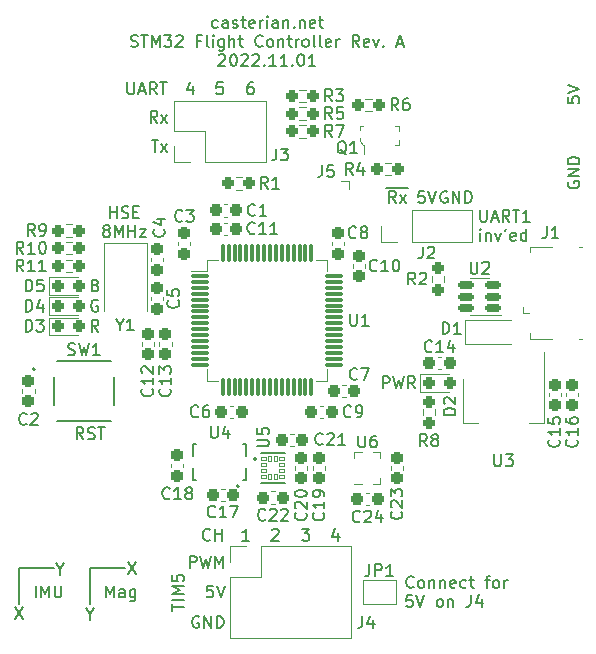
<source format=gbr>
%TF.GenerationSoftware,KiCad,Pcbnew,(6.0.9)*%
%TF.CreationDate,2022-11-01T00:51:48+09:00*%
%TF.ProjectId,STM32-FC,53544d33-322d-4464-932e-6b696361645f,rev?*%
%TF.SameCoordinates,Original*%
%TF.FileFunction,Legend,Top*%
%TF.FilePolarity,Positive*%
%FSLAX46Y46*%
G04 Gerber Fmt 4.6, Leading zero omitted, Abs format (unit mm)*
G04 Created by KiCad (PCBNEW (6.0.9)) date 2022-11-01 00:51:48*
%MOMM*%
%LPD*%
G01*
G04 APERTURE LIST*
G04 Aperture macros list*
%AMRoundRect*
0 Rectangle with rounded corners*
0 $1 Rounding radius*
0 $2 $3 $4 $5 $6 $7 $8 $9 X,Y pos of 4 corners*
0 Add a 4 corners polygon primitive as box body*
4,1,4,$2,$3,$4,$5,$6,$7,$8,$9,$2,$3,0*
0 Add four circle primitives for the rounded corners*
1,1,$1+$1,$2,$3*
1,1,$1+$1,$4,$5*
1,1,$1+$1,$6,$7*
1,1,$1+$1,$8,$9*
0 Add four rect primitives between the rounded corners*
20,1,$1+$1,$2,$3,$4,$5,0*
20,1,$1+$1,$4,$5,$6,$7,0*
20,1,$1+$1,$6,$7,$8,$9,0*
20,1,$1+$1,$8,$9,$2,$3,0*%
%AMFreePoly0*
4,1,6,1.000000,0.000000,0.500000,-0.750000,-0.500000,-0.750000,-0.500000,0.750000,0.500000,0.750000,1.000000,0.000000,1.000000,0.000000,$1*%
%AMFreePoly1*
4,1,6,0.500000,-0.750000,-0.650000,-0.750000,-0.150000,0.000000,-0.650000,0.750000,0.500000,0.750000,0.500000,-0.750000,0.500000,-0.750000,$1*%
G04 Aperture macros list end*
%ADD10C,0.150000*%
%ADD11C,0.120000*%
%ADD12C,0.100000*%
%ADD13C,0.127000*%
%ADD14C,0.200000*%
%ADD15RoundRect,0.237500X0.237500X-0.300000X0.237500X0.300000X-0.237500X0.300000X-0.237500X-0.300000X0*%
%ADD16RoundRect,0.237500X0.300000X0.237500X-0.300000X0.237500X-0.300000X-0.237500X0.300000X-0.237500X0*%
%ADD17RoundRect,0.237500X-0.250000X-0.237500X0.250000X-0.237500X0.250000X0.237500X-0.250000X0.237500X0*%
%ADD18RoundRect,0.237500X-0.237500X0.300000X-0.237500X-0.300000X0.237500X-0.300000X0.237500X0.300000X0*%
%ADD19RoundRect,0.237500X-0.300000X-0.237500X0.300000X-0.237500X0.300000X0.237500X-0.300000X0.237500X0*%
%ADD20RoundRect,0.237500X0.250000X0.237500X-0.250000X0.237500X-0.250000X-0.237500X0.250000X-0.237500X0*%
%ADD21R,1.700000X1.700000*%
%ADD22O,1.700000X1.700000*%
%ADD23R,2.400000X2.000000*%
%ADD24RoundRect,0.237500X-0.237500X0.250000X-0.237500X-0.250000X0.237500X-0.250000X0.237500X0.250000X0*%
%ADD25R,0.500000X0.350000*%
%ADD26R,1.500000X2.000000*%
%ADD27R,3.800000X2.000000*%
%ADD28RoundRect,0.075000X-0.700000X-0.075000X0.700000X-0.075000X0.700000X0.075000X-0.700000X0.075000X0*%
%ADD29RoundRect,0.075000X-0.075000X-0.700000X0.075000X-0.700000X0.075000X0.700000X-0.075000X0.700000X0*%
%ADD30R,0.350000X0.590000*%
%ADD31R,0.590000X0.350000*%
%ADD32C,3.200000*%
%ADD33R,1.350000X0.400000*%
%ADD34R,1.900000X1.200000*%
%ADD35C,1.450000*%
%ADD36O,1.900000X1.200000*%
%ADD37R,1.900000X1.500000*%
%ADD38R,1.000000X0.750000*%
%ADD39RoundRect,0.237500X-0.287500X-0.237500X0.287500X-0.237500X0.287500X0.237500X-0.287500X0.237500X0*%
%ADD40R,0.600000X1.300000*%
%ADD41FreePoly0,0.000000*%
%ADD42FreePoly1,0.000000*%
%ADD43RoundRect,0.031500X-0.173500X-0.143500X0.173500X-0.143500X0.173500X0.143500X-0.173500X0.143500X0*%
%ADD44RoundRect,0.031500X0.143500X-0.173500X0.143500X0.173500X-0.143500X0.173500X-0.143500X-0.173500X0*%
%ADD45RoundRect,0.150000X0.512500X0.150000X-0.512500X0.150000X-0.512500X-0.150000X0.512500X-0.150000X0*%
%ADD46R,0.900000X1.200000*%
%ADD47C,0.990600*%
%ADD48C,0.787400*%
G04 APERTURE END LIST*
D10*
X135000000Y-121000000D02*
X135000000Y-124000000D01*
X129000000Y-121000000D02*
X129000000Y-124000000D01*
X135000000Y-121000000D02*
X138000000Y-121000000D01*
X132000000Y-121000000D02*
X129000000Y-121000000D01*
X150414285Y-117747619D02*
X150461904Y-117700000D01*
X150557142Y-117652380D01*
X150795238Y-117652380D01*
X150890476Y-117700000D01*
X150938095Y-117747619D01*
X150985714Y-117842857D01*
X150985714Y-117938095D01*
X150938095Y-118080952D01*
X150366666Y-118652380D01*
X150985714Y-118652380D01*
X168035595Y-90647380D02*
X168035595Y-91456904D01*
X168083214Y-91552142D01*
X168130833Y-91599761D01*
X168226071Y-91647380D01*
X168416547Y-91647380D01*
X168511785Y-91599761D01*
X168559404Y-91552142D01*
X168607023Y-91456904D01*
X168607023Y-90647380D01*
X169035595Y-91361666D02*
X169511785Y-91361666D01*
X168940357Y-91647380D02*
X169273690Y-90647380D01*
X169607023Y-91647380D01*
X170511785Y-91647380D02*
X170178452Y-91171190D01*
X169940357Y-91647380D02*
X169940357Y-90647380D01*
X170321309Y-90647380D01*
X170416547Y-90695000D01*
X170464166Y-90742619D01*
X170511785Y-90837857D01*
X170511785Y-90980714D01*
X170464166Y-91075952D01*
X170416547Y-91123571D01*
X170321309Y-91171190D01*
X169940357Y-91171190D01*
X170797500Y-90647380D02*
X171368928Y-90647380D01*
X171083214Y-91647380D02*
X171083214Y-90647380D01*
X172226071Y-91647380D02*
X171654642Y-91647380D01*
X171940357Y-91647380D02*
X171940357Y-90647380D01*
X171845119Y-90790238D01*
X171749880Y-90885476D01*
X171654642Y-90933095D01*
X168035595Y-93257380D02*
X168035595Y-92590714D01*
X168035595Y-92257380D02*
X167987976Y-92305000D01*
X168035595Y-92352619D01*
X168083214Y-92305000D01*
X168035595Y-92257380D01*
X168035595Y-92352619D01*
X168511785Y-92590714D02*
X168511785Y-93257380D01*
X168511785Y-92685952D02*
X168559404Y-92638333D01*
X168654642Y-92590714D01*
X168797500Y-92590714D01*
X168892738Y-92638333D01*
X168940357Y-92733571D01*
X168940357Y-93257380D01*
X169321309Y-92590714D02*
X169559404Y-93257380D01*
X169797500Y-92590714D01*
X170226071Y-92257380D02*
X170130833Y-92447857D01*
X171035595Y-93209761D02*
X170940357Y-93257380D01*
X170749880Y-93257380D01*
X170654642Y-93209761D01*
X170607023Y-93114523D01*
X170607023Y-92733571D01*
X170654642Y-92638333D01*
X170749880Y-92590714D01*
X170940357Y-92590714D01*
X171035595Y-92638333D01*
X171083214Y-92733571D01*
X171083214Y-92828809D01*
X170607023Y-92924047D01*
X171940357Y-93257380D02*
X171940357Y-92257380D01*
X171940357Y-93209761D02*
X171845119Y-93257380D01*
X171654642Y-93257380D01*
X171559404Y-93209761D01*
X171511785Y-93162142D01*
X171464166Y-93066904D01*
X171464166Y-92781190D01*
X171511785Y-92685952D01*
X171559404Y-92638333D01*
X171654642Y-92590714D01*
X171845119Y-92590714D01*
X171940357Y-92638333D01*
X163309523Y-89052380D02*
X162833333Y-89052380D01*
X162785714Y-89528571D01*
X162833333Y-89480952D01*
X162928571Y-89433333D01*
X163166666Y-89433333D01*
X163261904Y-89480952D01*
X163309523Y-89528571D01*
X163357142Y-89623809D01*
X163357142Y-89861904D01*
X163309523Y-89957142D01*
X163261904Y-90004761D01*
X163166666Y-90052380D01*
X162928571Y-90052380D01*
X162833333Y-90004761D01*
X162785714Y-89957142D01*
X163642857Y-89052380D02*
X163976190Y-90052380D01*
X164309523Y-89052380D01*
X145407261Y-122452380D02*
X144931071Y-122452380D01*
X144883452Y-122928571D01*
X144931071Y-122880952D01*
X145026309Y-122833333D01*
X145264404Y-122833333D01*
X145359642Y-122880952D01*
X145407261Y-122928571D01*
X145454880Y-123023809D01*
X145454880Y-123261904D01*
X145407261Y-123357142D01*
X145359642Y-123404761D01*
X145264404Y-123452380D01*
X145026309Y-123452380D01*
X144931071Y-123404761D01*
X144883452Y-123357142D01*
X145740595Y-122452380D02*
X146073928Y-123452380D01*
X146407261Y-122452380D01*
X132500000Y-121076190D02*
X132500000Y-121552380D01*
X132166666Y-120552380D02*
X132500000Y-121076190D01*
X132833333Y-120552380D01*
X135468928Y-97028571D02*
X135611785Y-97076190D01*
X135659404Y-97123809D01*
X135707023Y-97219047D01*
X135707023Y-97361904D01*
X135659404Y-97457142D01*
X135611785Y-97504761D01*
X135516547Y-97552380D01*
X135135595Y-97552380D01*
X135135595Y-96552380D01*
X135468928Y-96552380D01*
X135564166Y-96600000D01*
X135611785Y-96647619D01*
X135659404Y-96742857D01*
X135659404Y-96838095D01*
X135611785Y-96933333D01*
X135564166Y-96980952D01*
X135468928Y-97028571D01*
X135135595Y-97028571D01*
X152966666Y-117652380D02*
X153585714Y-117652380D01*
X153252380Y-118033333D01*
X153395238Y-118033333D01*
X153490476Y-118080952D01*
X153538095Y-118128571D01*
X153585714Y-118223809D01*
X153585714Y-118461904D01*
X153538095Y-118557142D01*
X153490476Y-118604761D01*
X153395238Y-118652380D01*
X153109523Y-118652380D01*
X153014285Y-118604761D01*
X152966666Y-118557142D01*
X130404761Y-123452380D02*
X130404761Y-122452380D01*
X130880952Y-123452380D02*
X130880952Y-122452380D01*
X131214285Y-123166666D01*
X131547619Y-122452380D01*
X131547619Y-123452380D01*
X132023809Y-122452380D02*
X132023809Y-123261904D01*
X132071428Y-123357142D01*
X132119047Y-123404761D01*
X132214285Y-123452380D01*
X132404761Y-123452380D01*
X132500000Y-123404761D01*
X132547619Y-123357142D01*
X132595238Y-123261904D01*
X132595238Y-122452380D01*
X136361904Y-123452380D02*
X136361904Y-122452380D01*
X136695238Y-123166666D01*
X137028571Y-122452380D01*
X137028571Y-123452380D01*
X137933333Y-123452380D02*
X137933333Y-122928571D01*
X137885714Y-122833333D01*
X137790476Y-122785714D01*
X137600000Y-122785714D01*
X137504761Y-122833333D01*
X137933333Y-123404761D02*
X137838095Y-123452380D01*
X137600000Y-123452380D01*
X137504761Y-123404761D01*
X137457142Y-123309523D01*
X137457142Y-123214285D01*
X137504761Y-123119047D01*
X137600000Y-123071428D01*
X137838095Y-123071428D01*
X137933333Y-123023809D01*
X138838095Y-122785714D02*
X138838095Y-123595238D01*
X138790476Y-123690476D01*
X138742857Y-123738095D01*
X138647619Y-123785714D01*
X138504761Y-123785714D01*
X138409523Y-123738095D01*
X138838095Y-123404761D02*
X138742857Y-123452380D01*
X138552380Y-123452380D01*
X138457142Y-123404761D01*
X138409523Y-123357142D01*
X138361904Y-123261904D01*
X138361904Y-122976190D01*
X138409523Y-122880952D01*
X138457142Y-122833333D01*
X138552380Y-122785714D01*
X138742857Y-122785714D01*
X138838095Y-122833333D01*
X145164404Y-118557142D02*
X145116785Y-118604761D01*
X144973928Y-118652380D01*
X144878690Y-118652380D01*
X144735833Y-118604761D01*
X144640595Y-118509523D01*
X144592976Y-118414285D01*
X144545357Y-118223809D01*
X144545357Y-118080952D01*
X144592976Y-117890476D01*
X144640595Y-117795238D01*
X144735833Y-117700000D01*
X144878690Y-117652380D01*
X144973928Y-117652380D01*
X145116785Y-117700000D01*
X145164404Y-117747619D01*
X145592976Y-118652380D02*
X145592976Y-117652380D01*
X145592976Y-118128571D02*
X146164404Y-118128571D01*
X146164404Y-118652380D02*
X146164404Y-117652380D01*
X136685714Y-91347380D02*
X136685714Y-90347380D01*
X136685714Y-90823571D02*
X137257142Y-90823571D01*
X137257142Y-91347380D02*
X137257142Y-90347380D01*
X137685714Y-91299761D02*
X137828571Y-91347380D01*
X138066666Y-91347380D01*
X138161904Y-91299761D01*
X138209523Y-91252142D01*
X138257142Y-91156904D01*
X138257142Y-91061666D01*
X138209523Y-90966428D01*
X138161904Y-90918809D01*
X138066666Y-90871190D01*
X137876190Y-90823571D01*
X137780952Y-90775952D01*
X137733333Y-90728333D01*
X137685714Y-90633095D01*
X137685714Y-90537857D01*
X137733333Y-90442619D01*
X137780952Y-90395000D01*
X137876190Y-90347380D01*
X138114285Y-90347380D01*
X138257142Y-90395000D01*
X138685714Y-90823571D02*
X139019047Y-90823571D01*
X139161904Y-91347380D02*
X138685714Y-91347380D01*
X138685714Y-90347380D01*
X139161904Y-90347380D01*
X136304761Y-92385952D02*
X136209523Y-92338333D01*
X136161904Y-92290714D01*
X136114285Y-92195476D01*
X136114285Y-92147857D01*
X136161904Y-92052619D01*
X136209523Y-92005000D01*
X136304761Y-91957380D01*
X136495238Y-91957380D01*
X136590476Y-92005000D01*
X136638095Y-92052619D01*
X136685714Y-92147857D01*
X136685714Y-92195476D01*
X136638095Y-92290714D01*
X136590476Y-92338333D01*
X136495238Y-92385952D01*
X136304761Y-92385952D01*
X136209523Y-92433571D01*
X136161904Y-92481190D01*
X136114285Y-92576428D01*
X136114285Y-92766904D01*
X136161904Y-92862142D01*
X136209523Y-92909761D01*
X136304761Y-92957380D01*
X136495238Y-92957380D01*
X136590476Y-92909761D01*
X136638095Y-92862142D01*
X136685714Y-92766904D01*
X136685714Y-92576428D01*
X136638095Y-92481190D01*
X136590476Y-92433571D01*
X136495238Y-92385952D01*
X137114285Y-92957380D02*
X137114285Y-91957380D01*
X137447619Y-92671666D01*
X137780952Y-91957380D01*
X137780952Y-92957380D01*
X138257142Y-92957380D02*
X138257142Y-91957380D01*
X138257142Y-92433571D02*
X138828571Y-92433571D01*
X138828571Y-92957380D02*
X138828571Y-91957380D01*
X139209523Y-92290714D02*
X139733333Y-92290714D01*
X139209523Y-92957380D01*
X139733333Y-92957380D01*
X138173928Y-79852380D02*
X138173928Y-80661904D01*
X138221547Y-80757142D01*
X138269166Y-80804761D01*
X138364404Y-80852380D01*
X138554880Y-80852380D01*
X138650119Y-80804761D01*
X138697738Y-80757142D01*
X138745357Y-80661904D01*
X138745357Y-79852380D01*
X139173928Y-80566666D02*
X139650119Y-80566666D01*
X139078690Y-80852380D02*
X139412023Y-79852380D01*
X139745357Y-80852380D01*
X140650119Y-80852380D02*
X140316785Y-80376190D01*
X140078690Y-80852380D02*
X140078690Y-79852380D01*
X140459642Y-79852380D01*
X140554880Y-79900000D01*
X140602500Y-79947619D01*
X140650119Y-80042857D01*
X140650119Y-80185714D01*
X140602500Y-80280952D01*
X140554880Y-80328571D01*
X140459642Y-80376190D01*
X140078690Y-80376190D01*
X140935833Y-79852380D02*
X141507261Y-79852380D01*
X141221547Y-80852380D02*
X141221547Y-79852380D01*
X159797738Y-105752380D02*
X159797738Y-104752380D01*
X160178690Y-104752380D01*
X160273928Y-104800000D01*
X160321547Y-104847619D01*
X160369166Y-104942857D01*
X160369166Y-105085714D01*
X160321547Y-105180952D01*
X160273928Y-105228571D01*
X160178690Y-105276190D01*
X159797738Y-105276190D01*
X160702500Y-104752380D02*
X160940595Y-105752380D01*
X161131071Y-105038095D01*
X161321547Y-105752380D01*
X161559642Y-104752380D01*
X162512023Y-105752380D02*
X162178690Y-105276190D01*
X161940595Y-105752380D02*
X161940595Y-104752380D01*
X162321547Y-104752380D01*
X162416785Y-104800000D01*
X162464404Y-104847619D01*
X162512023Y-104942857D01*
X162512023Y-105085714D01*
X162464404Y-105180952D01*
X162416785Y-105228571D01*
X162321547Y-105276190D01*
X161940595Y-105276190D01*
X134452380Y-110052380D02*
X134119047Y-109576190D01*
X133880952Y-110052380D02*
X133880952Y-109052380D01*
X134261904Y-109052380D01*
X134357142Y-109100000D01*
X134404761Y-109147619D01*
X134452380Y-109242857D01*
X134452380Y-109385714D01*
X134404761Y-109480952D01*
X134357142Y-109528571D01*
X134261904Y-109576190D01*
X133880952Y-109576190D01*
X134833333Y-110004761D02*
X134976190Y-110052380D01*
X135214285Y-110052380D01*
X135309523Y-110004761D01*
X135357142Y-109957142D01*
X135404761Y-109861904D01*
X135404761Y-109766666D01*
X135357142Y-109671428D01*
X135309523Y-109623809D01*
X135214285Y-109576190D01*
X135023809Y-109528571D01*
X134928571Y-109480952D01*
X134880952Y-109433333D01*
X134833333Y-109338095D01*
X134833333Y-109242857D01*
X134880952Y-109147619D01*
X134928571Y-109100000D01*
X135023809Y-109052380D01*
X135261904Y-109052380D01*
X135404761Y-109100000D01*
X135690476Y-109052380D02*
X136261904Y-109052380D01*
X135976190Y-110052380D02*
X135976190Y-109052380D01*
X145809523Y-75194761D02*
X145714285Y-75242380D01*
X145523809Y-75242380D01*
X145428571Y-75194761D01*
X145380952Y-75147142D01*
X145333333Y-75051904D01*
X145333333Y-74766190D01*
X145380952Y-74670952D01*
X145428571Y-74623333D01*
X145523809Y-74575714D01*
X145714285Y-74575714D01*
X145809523Y-74623333D01*
X146666666Y-75242380D02*
X146666666Y-74718571D01*
X146619047Y-74623333D01*
X146523809Y-74575714D01*
X146333333Y-74575714D01*
X146238095Y-74623333D01*
X146666666Y-75194761D02*
X146571428Y-75242380D01*
X146333333Y-75242380D01*
X146238095Y-75194761D01*
X146190476Y-75099523D01*
X146190476Y-75004285D01*
X146238095Y-74909047D01*
X146333333Y-74861428D01*
X146571428Y-74861428D01*
X146666666Y-74813809D01*
X147095238Y-75194761D02*
X147190476Y-75242380D01*
X147380952Y-75242380D01*
X147476190Y-75194761D01*
X147523809Y-75099523D01*
X147523809Y-75051904D01*
X147476190Y-74956666D01*
X147380952Y-74909047D01*
X147238095Y-74909047D01*
X147142857Y-74861428D01*
X147095238Y-74766190D01*
X147095238Y-74718571D01*
X147142857Y-74623333D01*
X147238095Y-74575714D01*
X147380952Y-74575714D01*
X147476190Y-74623333D01*
X147809523Y-74575714D02*
X148190476Y-74575714D01*
X147952380Y-74242380D02*
X147952380Y-75099523D01*
X148000000Y-75194761D01*
X148095238Y-75242380D01*
X148190476Y-75242380D01*
X148904761Y-75194761D02*
X148809523Y-75242380D01*
X148619047Y-75242380D01*
X148523809Y-75194761D01*
X148476190Y-75099523D01*
X148476190Y-74718571D01*
X148523809Y-74623333D01*
X148619047Y-74575714D01*
X148809523Y-74575714D01*
X148904761Y-74623333D01*
X148952380Y-74718571D01*
X148952380Y-74813809D01*
X148476190Y-74909047D01*
X149380952Y-75242380D02*
X149380952Y-74575714D01*
X149380952Y-74766190D02*
X149428571Y-74670952D01*
X149476190Y-74623333D01*
X149571428Y-74575714D01*
X149666666Y-74575714D01*
X150000000Y-75242380D02*
X150000000Y-74575714D01*
X150000000Y-74242380D02*
X149952380Y-74290000D01*
X150000000Y-74337619D01*
X150047619Y-74290000D01*
X150000000Y-74242380D01*
X150000000Y-74337619D01*
X150904761Y-75242380D02*
X150904761Y-74718571D01*
X150857142Y-74623333D01*
X150761904Y-74575714D01*
X150571428Y-74575714D01*
X150476190Y-74623333D01*
X150904761Y-75194761D02*
X150809523Y-75242380D01*
X150571428Y-75242380D01*
X150476190Y-75194761D01*
X150428571Y-75099523D01*
X150428571Y-75004285D01*
X150476190Y-74909047D01*
X150571428Y-74861428D01*
X150809523Y-74861428D01*
X150904761Y-74813809D01*
X151380952Y-74575714D02*
X151380952Y-75242380D01*
X151380952Y-74670952D02*
X151428571Y-74623333D01*
X151523809Y-74575714D01*
X151666666Y-74575714D01*
X151761904Y-74623333D01*
X151809523Y-74718571D01*
X151809523Y-75242380D01*
X152285714Y-75147142D02*
X152333333Y-75194761D01*
X152285714Y-75242380D01*
X152238095Y-75194761D01*
X152285714Y-75147142D01*
X152285714Y-75242380D01*
X152761904Y-74575714D02*
X152761904Y-75242380D01*
X152761904Y-74670952D02*
X152809523Y-74623333D01*
X152904761Y-74575714D01*
X153047619Y-74575714D01*
X153142857Y-74623333D01*
X153190476Y-74718571D01*
X153190476Y-75242380D01*
X154047619Y-75194761D02*
X153952380Y-75242380D01*
X153761904Y-75242380D01*
X153666666Y-75194761D01*
X153619047Y-75099523D01*
X153619047Y-74718571D01*
X153666666Y-74623333D01*
X153761904Y-74575714D01*
X153952380Y-74575714D01*
X154047619Y-74623333D01*
X154095238Y-74718571D01*
X154095238Y-74813809D01*
X153619047Y-74909047D01*
X154380952Y-74575714D02*
X154761904Y-74575714D01*
X154523809Y-74242380D02*
X154523809Y-75099523D01*
X154571428Y-75194761D01*
X154666666Y-75242380D01*
X154761904Y-75242380D01*
X138476190Y-76804761D02*
X138619047Y-76852380D01*
X138857142Y-76852380D01*
X138952380Y-76804761D01*
X139000000Y-76757142D01*
X139047619Y-76661904D01*
X139047619Y-76566666D01*
X139000000Y-76471428D01*
X138952380Y-76423809D01*
X138857142Y-76376190D01*
X138666666Y-76328571D01*
X138571428Y-76280952D01*
X138523809Y-76233333D01*
X138476190Y-76138095D01*
X138476190Y-76042857D01*
X138523809Y-75947619D01*
X138571428Y-75900000D01*
X138666666Y-75852380D01*
X138904761Y-75852380D01*
X139047619Y-75900000D01*
X139333333Y-75852380D02*
X139904761Y-75852380D01*
X139619047Y-76852380D02*
X139619047Y-75852380D01*
X140238095Y-76852380D02*
X140238095Y-75852380D01*
X140571428Y-76566666D01*
X140904761Y-75852380D01*
X140904761Y-76852380D01*
X141285714Y-75852380D02*
X141904761Y-75852380D01*
X141571428Y-76233333D01*
X141714285Y-76233333D01*
X141809523Y-76280952D01*
X141857142Y-76328571D01*
X141904761Y-76423809D01*
X141904761Y-76661904D01*
X141857142Y-76757142D01*
X141809523Y-76804761D01*
X141714285Y-76852380D01*
X141428571Y-76852380D01*
X141333333Y-76804761D01*
X141285714Y-76757142D01*
X142285714Y-75947619D02*
X142333333Y-75900000D01*
X142428571Y-75852380D01*
X142666666Y-75852380D01*
X142761904Y-75900000D01*
X142809523Y-75947619D01*
X142857142Y-76042857D01*
X142857142Y-76138095D01*
X142809523Y-76280952D01*
X142238095Y-76852380D01*
X142857142Y-76852380D01*
X144380952Y-76328571D02*
X144047619Y-76328571D01*
X144047619Y-76852380D02*
X144047619Y-75852380D01*
X144523809Y-75852380D01*
X145047619Y-76852380D02*
X144952380Y-76804761D01*
X144904761Y-76709523D01*
X144904761Y-75852380D01*
X145428571Y-76852380D02*
X145428571Y-76185714D01*
X145428571Y-75852380D02*
X145380952Y-75900000D01*
X145428571Y-75947619D01*
X145476190Y-75900000D01*
X145428571Y-75852380D01*
X145428571Y-75947619D01*
X146333333Y-76185714D02*
X146333333Y-76995238D01*
X146285714Y-77090476D01*
X146238095Y-77138095D01*
X146142857Y-77185714D01*
X146000000Y-77185714D01*
X145904761Y-77138095D01*
X146333333Y-76804761D02*
X146238095Y-76852380D01*
X146047619Y-76852380D01*
X145952380Y-76804761D01*
X145904761Y-76757142D01*
X145857142Y-76661904D01*
X145857142Y-76376190D01*
X145904761Y-76280952D01*
X145952380Y-76233333D01*
X146047619Y-76185714D01*
X146238095Y-76185714D01*
X146333333Y-76233333D01*
X146809523Y-76852380D02*
X146809523Y-75852380D01*
X147238095Y-76852380D02*
X147238095Y-76328571D01*
X147190476Y-76233333D01*
X147095238Y-76185714D01*
X146952380Y-76185714D01*
X146857142Y-76233333D01*
X146809523Y-76280952D01*
X147571428Y-76185714D02*
X147952380Y-76185714D01*
X147714285Y-75852380D02*
X147714285Y-76709523D01*
X147761904Y-76804761D01*
X147857142Y-76852380D01*
X147952380Y-76852380D01*
X149619047Y-76757142D02*
X149571428Y-76804761D01*
X149428571Y-76852380D01*
X149333333Y-76852380D01*
X149190476Y-76804761D01*
X149095238Y-76709523D01*
X149047619Y-76614285D01*
X149000000Y-76423809D01*
X149000000Y-76280952D01*
X149047619Y-76090476D01*
X149095238Y-75995238D01*
X149190476Y-75900000D01*
X149333333Y-75852380D01*
X149428571Y-75852380D01*
X149571428Y-75900000D01*
X149619047Y-75947619D01*
X150190476Y-76852380D02*
X150095238Y-76804761D01*
X150047619Y-76757142D01*
X150000000Y-76661904D01*
X150000000Y-76376190D01*
X150047619Y-76280952D01*
X150095238Y-76233333D01*
X150190476Y-76185714D01*
X150333333Y-76185714D01*
X150428571Y-76233333D01*
X150476190Y-76280952D01*
X150523809Y-76376190D01*
X150523809Y-76661904D01*
X150476190Y-76757142D01*
X150428571Y-76804761D01*
X150333333Y-76852380D01*
X150190476Y-76852380D01*
X150952380Y-76185714D02*
X150952380Y-76852380D01*
X150952380Y-76280952D02*
X151000000Y-76233333D01*
X151095238Y-76185714D01*
X151238095Y-76185714D01*
X151333333Y-76233333D01*
X151380952Y-76328571D01*
X151380952Y-76852380D01*
X151714285Y-76185714D02*
X152095238Y-76185714D01*
X151857142Y-75852380D02*
X151857142Y-76709523D01*
X151904761Y-76804761D01*
X152000000Y-76852380D01*
X152095238Y-76852380D01*
X152428571Y-76852380D02*
X152428571Y-76185714D01*
X152428571Y-76376190D02*
X152476190Y-76280952D01*
X152523809Y-76233333D01*
X152619047Y-76185714D01*
X152714285Y-76185714D01*
X153190476Y-76852380D02*
X153095238Y-76804761D01*
X153047619Y-76757142D01*
X153000000Y-76661904D01*
X153000000Y-76376190D01*
X153047619Y-76280952D01*
X153095238Y-76233333D01*
X153190476Y-76185714D01*
X153333333Y-76185714D01*
X153428571Y-76233333D01*
X153476190Y-76280952D01*
X153523809Y-76376190D01*
X153523809Y-76661904D01*
X153476190Y-76757142D01*
X153428571Y-76804761D01*
X153333333Y-76852380D01*
X153190476Y-76852380D01*
X154095238Y-76852380D02*
X154000000Y-76804761D01*
X153952380Y-76709523D01*
X153952380Y-75852380D01*
X154619047Y-76852380D02*
X154523809Y-76804761D01*
X154476190Y-76709523D01*
X154476190Y-75852380D01*
X155380952Y-76804761D02*
X155285714Y-76852380D01*
X155095238Y-76852380D01*
X155000000Y-76804761D01*
X154952380Y-76709523D01*
X154952380Y-76328571D01*
X155000000Y-76233333D01*
X155095238Y-76185714D01*
X155285714Y-76185714D01*
X155380952Y-76233333D01*
X155428571Y-76328571D01*
X155428571Y-76423809D01*
X154952380Y-76519047D01*
X155857142Y-76852380D02*
X155857142Y-76185714D01*
X155857142Y-76376190D02*
X155904761Y-76280952D01*
X155952380Y-76233333D01*
X156047619Y-76185714D01*
X156142857Y-76185714D01*
X157809523Y-76852380D02*
X157476190Y-76376190D01*
X157238095Y-76852380D02*
X157238095Y-75852380D01*
X157619047Y-75852380D01*
X157714285Y-75900000D01*
X157761904Y-75947619D01*
X157809523Y-76042857D01*
X157809523Y-76185714D01*
X157761904Y-76280952D01*
X157714285Y-76328571D01*
X157619047Y-76376190D01*
X157238095Y-76376190D01*
X158619047Y-76804761D02*
X158523809Y-76852380D01*
X158333333Y-76852380D01*
X158238095Y-76804761D01*
X158190476Y-76709523D01*
X158190476Y-76328571D01*
X158238095Y-76233333D01*
X158333333Y-76185714D01*
X158523809Y-76185714D01*
X158619047Y-76233333D01*
X158666666Y-76328571D01*
X158666666Y-76423809D01*
X158190476Y-76519047D01*
X159000000Y-76185714D02*
X159238095Y-76852380D01*
X159476190Y-76185714D01*
X159857142Y-76757142D02*
X159904761Y-76804761D01*
X159857142Y-76852380D01*
X159809523Y-76804761D01*
X159857142Y-76757142D01*
X159857142Y-76852380D01*
X161047619Y-76566666D02*
X161523809Y-76566666D01*
X160952380Y-76852380D02*
X161285714Y-75852380D01*
X161619047Y-76852380D01*
X145904761Y-77557619D02*
X145952380Y-77510000D01*
X146047619Y-77462380D01*
X146285714Y-77462380D01*
X146380952Y-77510000D01*
X146428571Y-77557619D01*
X146476190Y-77652857D01*
X146476190Y-77748095D01*
X146428571Y-77890952D01*
X145857142Y-78462380D01*
X146476190Y-78462380D01*
X147095238Y-77462380D02*
X147190476Y-77462380D01*
X147285714Y-77510000D01*
X147333333Y-77557619D01*
X147380952Y-77652857D01*
X147428571Y-77843333D01*
X147428571Y-78081428D01*
X147380952Y-78271904D01*
X147333333Y-78367142D01*
X147285714Y-78414761D01*
X147190476Y-78462380D01*
X147095238Y-78462380D01*
X147000000Y-78414761D01*
X146952380Y-78367142D01*
X146904761Y-78271904D01*
X146857142Y-78081428D01*
X146857142Y-77843333D01*
X146904761Y-77652857D01*
X146952380Y-77557619D01*
X147000000Y-77510000D01*
X147095238Y-77462380D01*
X147809523Y-77557619D02*
X147857142Y-77510000D01*
X147952380Y-77462380D01*
X148190476Y-77462380D01*
X148285714Y-77510000D01*
X148333333Y-77557619D01*
X148380952Y-77652857D01*
X148380952Y-77748095D01*
X148333333Y-77890952D01*
X147761904Y-78462380D01*
X148380952Y-78462380D01*
X148761904Y-77557619D02*
X148809523Y-77510000D01*
X148904761Y-77462380D01*
X149142857Y-77462380D01*
X149238095Y-77510000D01*
X149285714Y-77557619D01*
X149333333Y-77652857D01*
X149333333Y-77748095D01*
X149285714Y-77890952D01*
X148714285Y-78462380D01*
X149333333Y-78462380D01*
X149761904Y-78367142D02*
X149809523Y-78414761D01*
X149761904Y-78462380D01*
X149714285Y-78414761D01*
X149761904Y-78367142D01*
X149761904Y-78462380D01*
X150761904Y-78462380D02*
X150190476Y-78462380D01*
X150476190Y-78462380D02*
X150476190Y-77462380D01*
X150380952Y-77605238D01*
X150285714Y-77700476D01*
X150190476Y-77748095D01*
X151714285Y-78462380D02*
X151142857Y-78462380D01*
X151428571Y-78462380D02*
X151428571Y-77462380D01*
X151333333Y-77605238D01*
X151238095Y-77700476D01*
X151142857Y-77748095D01*
X152142857Y-78367142D02*
X152190476Y-78414761D01*
X152142857Y-78462380D01*
X152095238Y-78414761D01*
X152142857Y-78367142D01*
X152142857Y-78462380D01*
X152809523Y-77462380D02*
X152904761Y-77462380D01*
X153000000Y-77510000D01*
X153047619Y-77557619D01*
X153095238Y-77652857D01*
X153142857Y-77843333D01*
X153142857Y-78081428D01*
X153095238Y-78271904D01*
X153047619Y-78367142D01*
X153000000Y-78414761D01*
X152904761Y-78462380D01*
X152809523Y-78462380D01*
X152714285Y-78414761D01*
X152666666Y-78367142D01*
X152619047Y-78271904D01*
X152571428Y-78081428D01*
X152571428Y-77843333D01*
X152619047Y-77652857D01*
X152666666Y-77557619D01*
X152714285Y-77510000D01*
X152809523Y-77462380D01*
X154095238Y-78462380D02*
X153523809Y-78462380D01*
X153809523Y-78462380D02*
X153809523Y-77462380D01*
X153714285Y-77605238D01*
X153619047Y-77700476D01*
X153523809Y-77748095D01*
X143454880Y-120952380D02*
X143454880Y-119952380D01*
X143835833Y-119952380D01*
X143931071Y-120000000D01*
X143978690Y-120047619D01*
X144026309Y-120142857D01*
X144026309Y-120285714D01*
X143978690Y-120380952D01*
X143931071Y-120428571D01*
X143835833Y-120476190D01*
X143454880Y-120476190D01*
X144359642Y-119952380D02*
X144597738Y-120952380D01*
X144788214Y-120238095D01*
X144978690Y-120952380D01*
X145216785Y-119952380D01*
X145597738Y-120952380D02*
X145597738Y-119952380D01*
X145931071Y-120666666D01*
X146264404Y-119952380D01*
X146264404Y-120952380D01*
X146238095Y-79852380D02*
X145761904Y-79852380D01*
X145714285Y-80328571D01*
X145761904Y-80280952D01*
X145857142Y-80233333D01*
X146095238Y-80233333D01*
X146190476Y-80280952D01*
X146238095Y-80328571D01*
X146285714Y-80423809D01*
X146285714Y-80661904D01*
X146238095Y-80757142D01*
X146190476Y-80804761D01*
X146095238Y-80852380D01*
X145857142Y-80852380D01*
X145761904Y-80804761D01*
X145714285Y-80757142D01*
X128666666Y-124252380D02*
X129333333Y-125252380D01*
X129333333Y-124252380D02*
X128666666Y-125252380D01*
X141952380Y-124571428D02*
X141952380Y-124000000D01*
X142952380Y-124285714D02*
X141952380Y-124285714D01*
X142952380Y-123666666D02*
X141952380Y-123666666D01*
X142952380Y-123190476D02*
X141952380Y-123190476D01*
X142666666Y-122857142D01*
X141952380Y-122523809D01*
X142952380Y-122523809D01*
X141952380Y-121571428D02*
X141952380Y-122047619D01*
X142428571Y-122095238D01*
X142380952Y-122047619D01*
X142333333Y-121952380D01*
X142333333Y-121714285D01*
X142380952Y-121619047D01*
X142428571Y-121571428D01*
X142523809Y-121523809D01*
X142761904Y-121523809D01*
X142857142Y-121571428D01*
X142904761Y-121619047D01*
X142952380Y-121714285D01*
X142952380Y-121952380D01*
X142904761Y-122047619D01*
X142857142Y-122095238D01*
X135659404Y-98300000D02*
X135564166Y-98252380D01*
X135421309Y-98252380D01*
X135278452Y-98300000D01*
X135183214Y-98395238D01*
X135135595Y-98490476D01*
X135087976Y-98680952D01*
X135087976Y-98823809D01*
X135135595Y-99014285D01*
X135183214Y-99109523D01*
X135278452Y-99204761D01*
X135421309Y-99252380D01*
X135516547Y-99252380D01*
X135659404Y-99204761D01*
X135707023Y-99157142D01*
X135707023Y-98823809D01*
X135516547Y-98823809D01*
X143690476Y-80185714D02*
X143690476Y-80852380D01*
X143452380Y-79804761D02*
X143214285Y-80519047D01*
X143833333Y-80519047D01*
X162407023Y-122552142D02*
X162359404Y-122599761D01*
X162216547Y-122647380D01*
X162121309Y-122647380D01*
X161978452Y-122599761D01*
X161883214Y-122504523D01*
X161835595Y-122409285D01*
X161787976Y-122218809D01*
X161787976Y-122075952D01*
X161835595Y-121885476D01*
X161883214Y-121790238D01*
X161978452Y-121695000D01*
X162121309Y-121647380D01*
X162216547Y-121647380D01*
X162359404Y-121695000D01*
X162407023Y-121742619D01*
X162978452Y-122647380D02*
X162883214Y-122599761D01*
X162835595Y-122552142D01*
X162787976Y-122456904D01*
X162787976Y-122171190D01*
X162835595Y-122075952D01*
X162883214Y-122028333D01*
X162978452Y-121980714D01*
X163121309Y-121980714D01*
X163216547Y-122028333D01*
X163264166Y-122075952D01*
X163311785Y-122171190D01*
X163311785Y-122456904D01*
X163264166Y-122552142D01*
X163216547Y-122599761D01*
X163121309Y-122647380D01*
X162978452Y-122647380D01*
X163740357Y-121980714D02*
X163740357Y-122647380D01*
X163740357Y-122075952D02*
X163787976Y-122028333D01*
X163883214Y-121980714D01*
X164026071Y-121980714D01*
X164121309Y-122028333D01*
X164168928Y-122123571D01*
X164168928Y-122647380D01*
X164645119Y-121980714D02*
X164645119Y-122647380D01*
X164645119Y-122075952D02*
X164692738Y-122028333D01*
X164787976Y-121980714D01*
X164930833Y-121980714D01*
X165026071Y-122028333D01*
X165073690Y-122123571D01*
X165073690Y-122647380D01*
X165930833Y-122599761D02*
X165835595Y-122647380D01*
X165645119Y-122647380D01*
X165549880Y-122599761D01*
X165502261Y-122504523D01*
X165502261Y-122123571D01*
X165549880Y-122028333D01*
X165645119Y-121980714D01*
X165835595Y-121980714D01*
X165930833Y-122028333D01*
X165978452Y-122123571D01*
X165978452Y-122218809D01*
X165502261Y-122314047D01*
X166835595Y-122599761D02*
X166740357Y-122647380D01*
X166549880Y-122647380D01*
X166454642Y-122599761D01*
X166407023Y-122552142D01*
X166359404Y-122456904D01*
X166359404Y-122171190D01*
X166407023Y-122075952D01*
X166454642Y-122028333D01*
X166549880Y-121980714D01*
X166740357Y-121980714D01*
X166835595Y-122028333D01*
X167121309Y-121980714D02*
X167502261Y-121980714D01*
X167264166Y-121647380D02*
X167264166Y-122504523D01*
X167311785Y-122599761D01*
X167407023Y-122647380D01*
X167502261Y-122647380D01*
X168454642Y-121980714D02*
X168835595Y-121980714D01*
X168597500Y-122647380D02*
X168597500Y-121790238D01*
X168645119Y-121695000D01*
X168740357Y-121647380D01*
X168835595Y-121647380D01*
X169311785Y-122647380D02*
X169216547Y-122599761D01*
X169168928Y-122552142D01*
X169121309Y-122456904D01*
X169121309Y-122171190D01*
X169168928Y-122075952D01*
X169216547Y-122028333D01*
X169311785Y-121980714D01*
X169454642Y-121980714D01*
X169549880Y-122028333D01*
X169597500Y-122075952D01*
X169645119Y-122171190D01*
X169645119Y-122456904D01*
X169597500Y-122552142D01*
X169549880Y-122599761D01*
X169454642Y-122647380D01*
X169311785Y-122647380D01*
X170073690Y-122647380D02*
X170073690Y-121980714D01*
X170073690Y-122171190D02*
X170121309Y-122075952D01*
X170168928Y-122028333D01*
X170264166Y-121980714D01*
X170359404Y-121980714D01*
X162311785Y-123257380D02*
X161835595Y-123257380D01*
X161787976Y-123733571D01*
X161835595Y-123685952D01*
X161930833Y-123638333D01*
X162168928Y-123638333D01*
X162264166Y-123685952D01*
X162311785Y-123733571D01*
X162359404Y-123828809D01*
X162359404Y-124066904D01*
X162311785Y-124162142D01*
X162264166Y-124209761D01*
X162168928Y-124257380D01*
X161930833Y-124257380D01*
X161835595Y-124209761D01*
X161787976Y-124162142D01*
X162645119Y-123257380D02*
X162978452Y-124257380D01*
X163311785Y-123257380D01*
X164549880Y-124257380D02*
X164454642Y-124209761D01*
X164407023Y-124162142D01*
X164359404Y-124066904D01*
X164359404Y-123781190D01*
X164407023Y-123685952D01*
X164454642Y-123638333D01*
X164549880Y-123590714D01*
X164692738Y-123590714D01*
X164787976Y-123638333D01*
X164835595Y-123685952D01*
X164883214Y-123781190D01*
X164883214Y-124066904D01*
X164835595Y-124162142D01*
X164787976Y-124209761D01*
X164692738Y-124257380D01*
X164549880Y-124257380D01*
X165311785Y-123590714D02*
X165311785Y-124257380D01*
X165311785Y-123685952D02*
X165359404Y-123638333D01*
X165454642Y-123590714D01*
X165597500Y-123590714D01*
X165692738Y-123638333D01*
X165740357Y-123733571D01*
X165740357Y-124257380D01*
X167264166Y-123257380D02*
X167264166Y-123971666D01*
X167216547Y-124114523D01*
X167121309Y-124209761D01*
X166978452Y-124257380D01*
X166883214Y-124257380D01*
X168168928Y-123590714D02*
X168168928Y-124257380D01*
X167930833Y-123209761D02*
X167692738Y-123924047D01*
X168311785Y-123924047D01*
X160095238Y-88770000D02*
X161095238Y-88770000D01*
X160904761Y-90052380D02*
X160571428Y-89576190D01*
X160333333Y-90052380D02*
X160333333Y-89052380D01*
X160714285Y-89052380D01*
X160809523Y-89100000D01*
X160857142Y-89147619D01*
X160904761Y-89242857D01*
X160904761Y-89385714D01*
X160857142Y-89480952D01*
X160809523Y-89528571D01*
X160714285Y-89576190D01*
X160333333Y-89576190D01*
X161095238Y-88770000D02*
X161904761Y-88770000D01*
X161238095Y-90052380D02*
X161761904Y-89385714D01*
X161238095Y-89385714D02*
X161761904Y-90052380D01*
X135000000Y-124876190D02*
X135000000Y-125352380D01*
X134666666Y-124352380D02*
X135000000Y-124876190D01*
X135333333Y-124352380D01*
X148485714Y-118652380D02*
X147914285Y-118652380D01*
X148200000Y-118652380D02*
X148200000Y-117652380D01*
X148104761Y-117795238D01*
X148009523Y-117890476D01*
X147914285Y-117938095D01*
X135707023Y-100952380D02*
X135373690Y-100476190D01*
X135135595Y-100952380D02*
X135135595Y-99952380D01*
X135516547Y-99952380D01*
X135611785Y-100000000D01*
X135659404Y-100047619D01*
X135707023Y-100142857D01*
X135707023Y-100285714D01*
X135659404Y-100380952D01*
X135611785Y-100428571D01*
X135516547Y-100476190D01*
X135135595Y-100476190D01*
X144216785Y-125100000D02*
X144121547Y-125052380D01*
X143978690Y-125052380D01*
X143835833Y-125100000D01*
X143740595Y-125195238D01*
X143692976Y-125290476D01*
X143645357Y-125480952D01*
X143645357Y-125623809D01*
X143692976Y-125814285D01*
X143740595Y-125909523D01*
X143835833Y-126004761D01*
X143978690Y-126052380D01*
X144073928Y-126052380D01*
X144216785Y-126004761D01*
X144264404Y-125957142D01*
X144264404Y-125623809D01*
X144073928Y-125623809D01*
X144692976Y-126052380D02*
X144692976Y-125052380D01*
X145264404Y-126052380D01*
X145264404Y-125052380D01*
X145740595Y-126052380D02*
X145740595Y-125052380D01*
X145978690Y-125052380D01*
X146121547Y-125100000D01*
X146216785Y-125195238D01*
X146264404Y-125290476D01*
X146312023Y-125480952D01*
X146312023Y-125623809D01*
X146264404Y-125814285D01*
X146216785Y-125909523D01*
X146121547Y-126004761D01*
X145978690Y-126052380D01*
X145740595Y-126052380D01*
X175452380Y-81090476D02*
X175452380Y-81566666D01*
X175928571Y-81614285D01*
X175880952Y-81566666D01*
X175833333Y-81471428D01*
X175833333Y-81233333D01*
X175880952Y-81138095D01*
X175928571Y-81090476D01*
X176023809Y-81042857D01*
X176261904Y-81042857D01*
X176357142Y-81090476D01*
X176404761Y-81138095D01*
X176452380Y-81233333D01*
X176452380Y-81471428D01*
X176404761Y-81566666D01*
X176357142Y-81614285D01*
X175452380Y-80757142D02*
X176452380Y-80423809D01*
X175452380Y-80090476D01*
X155990476Y-117985714D02*
X155990476Y-118652380D01*
X155752380Y-117604761D02*
X155514285Y-118319047D01*
X156133333Y-118319047D01*
X175500000Y-88261904D02*
X175452380Y-88357142D01*
X175452380Y-88500000D01*
X175500000Y-88642857D01*
X175595238Y-88738095D01*
X175690476Y-88785714D01*
X175880952Y-88833333D01*
X176023809Y-88833333D01*
X176214285Y-88785714D01*
X176309523Y-88738095D01*
X176404761Y-88642857D01*
X176452380Y-88500000D01*
X176452380Y-88404761D01*
X176404761Y-88261904D01*
X176357142Y-88214285D01*
X176023809Y-88214285D01*
X176023809Y-88404761D01*
X176452380Y-87785714D02*
X175452380Y-87785714D01*
X176452380Y-87214285D01*
X175452380Y-87214285D01*
X176452380Y-86738095D02*
X175452380Y-86738095D01*
X175452380Y-86500000D01*
X175500000Y-86357142D01*
X175595238Y-86261904D01*
X175690476Y-86214285D01*
X175880952Y-86166666D01*
X176023809Y-86166666D01*
X176214285Y-86214285D01*
X176309523Y-86261904D01*
X176404761Y-86357142D01*
X176452380Y-86500000D01*
X176452380Y-86738095D01*
X140702500Y-83252380D02*
X140369166Y-82776190D01*
X140131071Y-83252380D02*
X140131071Y-82252380D01*
X140512023Y-82252380D01*
X140607261Y-82300000D01*
X140654880Y-82347619D01*
X140702500Y-82442857D01*
X140702500Y-82585714D01*
X140654880Y-82680952D01*
X140607261Y-82728571D01*
X140512023Y-82776190D01*
X140131071Y-82776190D01*
X141035833Y-83252380D02*
X141559642Y-82585714D01*
X141035833Y-82585714D02*
X141559642Y-83252380D01*
X165238095Y-89100000D02*
X165142857Y-89052380D01*
X165000000Y-89052380D01*
X164857142Y-89100000D01*
X164761904Y-89195238D01*
X164714285Y-89290476D01*
X164666666Y-89480952D01*
X164666666Y-89623809D01*
X164714285Y-89814285D01*
X164761904Y-89909523D01*
X164857142Y-90004761D01*
X165000000Y-90052380D01*
X165095238Y-90052380D01*
X165238095Y-90004761D01*
X165285714Y-89957142D01*
X165285714Y-89623809D01*
X165095238Y-89623809D01*
X165714285Y-90052380D02*
X165714285Y-89052380D01*
X166285714Y-90052380D01*
X166285714Y-89052380D01*
X166761904Y-90052380D02*
X166761904Y-89052380D01*
X167000000Y-89052380D01*
X167142857Y-89100000D01*
X167238095Y-89195238D01*
X167285714Y-89290476D01*
X167333333Y-89480952D01*
X167333333Y-89623809D01*
X167285714Y-89814285D01*
X167238095Y-89909523D01*
X167142857Y-90004761D01*
X167000000Y-90052380D01*
X166761904Y-90052380D01*
X148790476Y-79852380D02*
X148600000Y-79852380D01*
X148504761Y-79900000D01*
X148457142Y-79947619D01*
X148361904Y-80090476D01*
X148314285Y-80280952D01*
X148314285Y-80661904D01*
X148361904Y-80757142D01*
X148409523Y-80804761D01*
X148504761Y-80852380D01*
X148695238Y-80852380D01*
X148790476Y-80804761D01*
X148838095Y-80757142D01*
X148885714Y-80661904D01*
X148885714Y-80423809D01*
X148838095Y-80328571D01*
X148790476Y-80280952D01*
X148695238Y-80233333D01*
X148504761Y-80233333D01*
X148409523Y-80280952D01*
X148361904Y-80328571D01*
X148314285Y-80423809D01*
X140226309Y-84752380D02*
X140797738Y-84752380D01*
X140512023Y-85752380D02*
X140512023Y-84752380D01*
X141035833Y-85752380D02*
X141559642Y-85085714D01*
X141035833Y-85085714D02*
X141559642Y-85752380D01*
X138266666Y-120452380D02*
X138933333Y-121452380D01*
X138933333Y-120452380D02*
X138266666Y-121452380D01*
%TO.C,C16*%
X176207142Y-110092738D02*
X176254761Y-110140357D01*
X176302380Y-110283214D01*
X176302380Y-110378452D01*
X176254761Y-110521309D01*
X176159523Y-110616547D01*
X176064285Y-110664166D01*
X175873809Y-110711785D01*
X175730952Y-110711785D01*
X175540476Y-110664166D01*
X175445238Y-110616547D01*
X175350000Y-110521309D01*
X175302380Y-110378452D01*
X175302380Y-110283214D01*
X175350000Y-110140357D01*
X175397619Y-110092738D01*
X176302380Y-109140357D02*
X176302380Y-109711785D01*
X176302380Y-109426071D02*
X175302380Y-109426071D01*
X175445238Y-109521309D01*
X175540476Y-109616547D01*
X175588095Y-109711785D01*
X175302380Y-108283214D02*
X175302380Y-108473690D01*
X175350000Y-108568928D01*
X175397619Y-108616547D01*
X175540476Y-108711785D01*
X175730952Y-108759404D01*
X176111904Y-108759404D01*
X176207142Y-108711785D01*
X176254761Y-108664166D01*
X176302380Y-108568928D01*
X176302380Y-108378452D01*
X176254761Y-108283214D01*
X176207142Y-108235595D01*
X176111904Y-108187976D01*
X175873809Y-108187976D01*
X175778571Y-108235595D01*
X175730952Y-108283214D01*
X175683333Y-108378452D01*
X175683333Y-108568928D01*
X175730952Y-108664166D01*
X175778571Y-108711785D01*
X175873809Y-108759404D01*
%TO.C,C15*%
X174707142Y-110092738D02*
X174754761Y-110140357D01*
X174802380Y-110283214D01*
X174802380Y-110378452D01*
X174754761Y-110521309D01*
X174659523Y-110616547D01*
X174564285Y-110664166D01*
X174373809Y-110711785D01*
X174230952Y-110711785D01*
X174040476Y-110664166D01*
X173945238Y-110616547D01*
X173850000Y-110521309D01*
X173802380Y-110378452D01*
X173802380Y-110283214D01*
X173850000Y-110140357D01*
X173897619Y-110092738D01*
X174802380Y-109140357D02*
X174802380Y-109711785D01*
X174802380Y-109426071D02*
X173802380Y-109426071D01*
X173945238Y-109521309D01*
X174040476Y-109616547D01*
X174088095Y-109711785D01*
X173802380Y-108235595D02*
X173802380Y-108711785D01*
X174278571Y-108759404D01*
X174230952Y-108711785D01*
X174183333Y-108616547D01*
X174183333Y-108378452D01*
X174230952Y-108283214D01*
X174278571Y-108235595D01*
X174373809Y-108187976D01*
X174611904Y-108187976D01*
X174707142Y-108235595D01*
X174754761Y-108283214D01*
X174802380Y-108378452D01*
X174802380Y-108616547D01*
X174754761Y-108711785D01*
X174707142Y-108759404D01*
%TO.C,C14*%
X163957142Y-102607142D02*
X163909523Y-102654761D01*
X163766666Y-102702380D01*
X163671428Y-102702380D01*
X163528571Y-102654761D01*
X163433333Y-102559523D01*
X163385714Y-102464285D01*
X163338095Y-102273809D01*
X163338095Y-102130952D01*
X163385714Y-101940476D01*
X163433333Y-101845238D01*
X163528571Y-101750000D01*
X163671428Y-101702380D01*
X163766666Y-101702380D01*
X163909523Y-101750000D01*
X163957142Y-101797619D01*
X164909523Y-102702380D02*
X164338095Y-102702380D01*
X164623809Y-102702380D02*
X164623809Y-101702380D01*
X164528571Y-101845238D01*
X164433333Y-101940476D01*
X164338095Y-101988095D01*
X165766666Y-102035714D02*
X165766666Y-102702380D01*
X165528571Y-101654761D02*
X165290476Y-102369047D01*
X165909523Y-102369047D01*
%TO.C,R11*%
X129357142Y-95852380D02*
X129023809Y-95376190D01*
X128785714Y-95852380D02*
X128785714Y-94852380D01*
X129166666Y-94852380D01*
X129261904Y-94900000D01*
X129309523Y-94947619D01*
X129357142Y-95042857D01*
X129357142Y-95185714D01*
X129309523Y-95280952D01*
X129261904Y-95328571D01*
X129166666Y-95376190D01*
X128785714Y-95376190D01*
X130309523Y-95852380D02*
X129738095Y-95852380D01*
X130023809Y-95852380D02*
X130023809Y-94852380D01*
X129928571Y-94995238D01*
X129833333Y-95090476D01*
X129738095Y-95138095D01*
X131261904Y-95852380D02*
X130690476Y-95852380D01*
X130976190Y-95852380D02*
X130976190Y-94852380D01*
X130880952Y-94995238D01*
X130785714Y-95090476D01*
X130690476Y-95138095D01*
%TO.C,C5*%
X142457142Y-98316666D02*
X142504761Y-98364285D01*
X142552380Y-98507142D01*
X142552380Y-98602380D01*
X142504761Y-98745238D01*
X142409523Y-98840476D01*
X142314285Y-98888095D01*
X142123809Y-98935714D01*
X141980952Y-98935714D01*
X141790476Y-98888095D01*
X141695238Y-98840476D01*
X141600000Y-98745238D01*
X141552380Y-98602380D01*
X141552380Y-98507142D01*
X141600000Y-98364285D01*
X141647619Y-98316666D01*
X141552380Y-97411904D02*
X141552380Y-97888095D01*
X142028571Y-97935714D01*
X141980952Y-97888095D01*
X141933333Y-97792857D01*
X141933333Y-97554761D01*
X141980952Y-97459523D01*
X142028571Y-97411904D01*
X142123809Y-97364285D01*
X142361904Y-97364285D01*
X142457142Y-97411904D01*
X142504761Y-97459523D01*
X142552380Y-97554761D01*
X142552380Y-97792857D01*
X142504761Y-97888095D01*
X142457142Y-97935714D01*
%TO.C,C12*%
X140257142Y-105792738D02*
X140304761Y-105840357D01*
X140352380Y-105983214D01*
X140352380Y-106078452D01*
X140304761Y-106221309D01*
X140209523Y-106316547D01*
X140114285Y-106364166D01*
X139923809Y-106411785D01*
X139780952Y-106411785D01*
X139590476Y-106364166D01*
X139495238Y-106316547D01*
X139400000Y-106221309D01*
X139352380Y-106078452D01*
X139352380Y-105983214D01*
X139400000Y-105840357D01*
X139447619Y-105792738D01*
X140352380Y-104840357D02*
X140352380Y-105411785D01*
X140352380Y-105126071D02*
X139352380Y-105126071D01*
X139495238Y-105221309D01*
X139590476Y-105316547D01*
X139638095Y-105411785D01*
X139447619Y-104459404D02*
X139400000Y-104411785D01*
X139352380Y-104316547D01*
X139352380Y-104078452D01*
X139400000Y-103983214D01*
X139447619Y-103935595D01*
X139542857Y-103887976D01*
X139638095Y-103887976D01*
X139780952Y-103935595D01*
X140352380Y-104507023D01*
X140352380Y-103887976D01*
%TO.C,C20*%
X153257142Y-116292738D02*
X153304761Y-116340357D01*
X153352380Y-116483214D01*
X153352380Y-116578452D01*
X153304761Y-116721309D01*
X153209523Y-116816547D01*
X153114285Y-116864166D01*
X152923809Y-116911785D01*
X152780952Y-116911785D01*
X152590476Y-116864166D01*
X152495238Y-116816547D01*
X152400000Y-116721309D01*
X152352380Y-116578452D01*
X152352380Y-116483214D01*
X152400000Y-116340357D01*
X152447619Y-116292738D01*
X152447619Y-115911785D02*
X152400000Y-115864166D01*
X152352380Y-115768928D01*
X152352380Y-115530833D01*
X152400000Y-115435595D01*
X152447619Y-115387976D01*
X152542857Y-115340357D01*
X152638095Y-115340357D01*
X152780952Y-115387976D01*
X153352380Y-115959404D01*
X153352380Y-115340357D01*
X152352380Y-114721309D02*
X152352380Y-114626071D01*
X152400000Y-114530833D01*
X152447619Y-114483214D01*
X152542857Y-114435595D01*
X152733333Y-114387976D01*
X152971428Y-114387976D01*
X153161904Y-114435595D01*
X153257142Y-114483214D01*
X153304761Y-114530833D01*
X153352380Y-114626071D01*
X153352380Y-114721309D01*
X153304761Y-114816547D01*
X153257142Y-114864166D01*
X153161904Y-114911785D01*
X152971428Y-114959404D01*
X152733333Y-114959404D01*
X152542857Y-114911785D01*
X152447619Y-114864166D01*
X152400000Y-114816547D01*
X152352380Y-114721309D01*
%TO.C,C9*%
X157107023Y-108107142D02*
X157059404Y-108154761D01*
X156916547Y-108202380D01*
X156821309Y-108202380D01*
X156678452Y-108154761D01*
X156583214Y-108059523D01*
X156535595Y-107964285D01*
X156487976Y-107773809D01*
X156487976Y-107630952D01*
X156535595Y-107440476D01*
X156583214Y-107345238D01*
X156678452Y-107250000D01*
X156821309Y-107202380D01*
X156916547Y-107202380D01*
X157059404Y-107250000D01*
X157107023Y-107297619D01*
X157583214Y-108202380D02*
X157773690Y-108202380D01*
X157868928Y-108154761D01*
X157916547Y-108107142D01*
X158011785Y-107964285D01*
X158059404Y-107773809D01*
X158059404Y-107392857D01*
X158011785Y-107297619D01*
X157964166Y-107250000D01*
X157868928Y-107202380D01*
X157678452Y-107202380D01*
X157583214Y-107250000D01*
X157535595Y-107297619D01*
X157487976Y-107392857D01*
X157487976Y-107630952D01*
X157535595Y-107726190D01*
X157583214Y-107773809D01*
X157678452Y-107821428D01*
X157868928Y-107821428D01*
X157964166Y-107773809D01*
X158011785Y-107726190D01*
X158059404Y-107630952D01*
%TO.C,C3*%
X142833333Y-91557142D02*
X142785714Y-91604761D01*
X142642857Y-91652380D01*
X142547619Y-91652380D01*
X142404761Y-91604761D01*
X142309523Y-91509523D01*
X142261904Y-91414285D01*
X142214285Y-91223809D01*
X142214285Y-91080952D01*
X142261904Y-90890476D01*
X142309523Y-90795238D01*
X142404761Y-90700000D01*
X142547619Y-90652380D01*
X142642857Y-90652380D01*
X142785714Y-90700000D01*
X142833333Y-90747619D01*
X143166666Y-90652380D02*
X143785714Y-90652380D01*
X143452380Y-91033333D01*
X143595238Y-91033333D01*
X143690476Y-91080952D01*
X143738095Y-91128571D01*
X143785714Y-91223809D01*
X143785714Y-91461904D01*
X143738095Y-91557142D01*
X143690476Y-91604761D01*
X143595238Y-91652380D01*
X143309523Y-91652380D01*
X143214285Y-91604761D01*
X143166666Y-91557142D01*
%TO.C,R3*%
X155507023Y-81452380D02*
X155173690Y-80976190D01*
X154935595Y-81452380D02*
X154935595Y-80452380D01*
X155316547Y-80452380D01*
X155411785Y-80500000D01*
X155459404Y-80547619D01*
X155507023Y-80642857D01*
X155507023Y-80785714D01*
X155459404Y-80880952D01*
X155411785Y-80928571D01*
X155316547Y-80976190D01*
X154935595Y-80976190D01*
X155840357Y-80452380D02*
X156459404Y-80452380D01*
X156126071Y-80833333D01*
X156268928Y-80833333D01*
X156364166Y-80880952D01*
X156411785Y-80928571D01*
X156459404Y-81023809D01*
X156459404Y-81261904D01*
X156411785Y-81357142D01*
X156364166Y-81404761D01*
X156268928Y-81452380D01*
X155983214Y-81452380D01*
X155887976Y-81404761D01*
X155840357Y-81357142D01*
%TO.C,J3*%
X150766666Y-85452380D02*
X150766666Y-86166666D01*
X150719047Y-86309523D01*
X150623809Y-86404761D01*
X150480952Y-86452380D01*
X150385714Y-86452380D01*
X151147619Y-85452380D02*
X151766666Y-85452380D01*
X151433333Y-85833333D01*
X151576190Y-85833333D01*
X151671428Y-85880952D01*
X151719047Y-85928571D01*
X151766666Y-86023809D01*
X151766666Y-86261904D01*
X151719047Y-86357142D01*
X151671428Y-86404761D01*
X151576190Y-86452380D01*
X151290476Y-86452380D01*
X151195238Y-86404761D01*
X151147619Y-86357142D01*
%TO.C,R7*%
X155507023Y-84452380D02*
X155173690Y-83976190D01*
X154935595Y-84452380D02*
X154935595Y-83452380D01*
X155316547Y-83452380D01*
X155411785Y-83500000D01*
X155459404Y-83547619D01*
X155507023Y-83642857D01*
X155507023Y-83785714D01*
X155459404Y-83880952D01*
X155411785Y-83928571D01*
X155316547Y-83976190D01*
X154935595Y-83976190D01*
X155840357Y-83452380D02*
X156507023Y-83452380D01*
X156078452Y-84452380D01*
%TO.C,Y1*%
X137523809Y-100376190D02*
X137523809Y-100852380D01*
X137190476Y-99852380D02*
X137523809Y-100376190D01*
X137857142Y-99852380D01*
X138714285Y-100852380D02*
X138142857Y-100852380D01*
X138428571Y-100852380D02*
X138428571Y-99852380D01*
X138333333Y-99995238D01*
X138238095Y-100090476D01*
X138142857Y-100138095D01*
%TO.C,R8*%
X163533333Y-110652380D02*
X163200000Y-110176190D01*
X162961904Y-110652380D02*
X162961904Y-109652380D01*
X163342857Y-109652380D01*
X163438095Y-109700000D01*
X163485714Y-109747619D01*
X163533333Y-109842857D01*
X163533333Y-109985714D01*
X163485714Y-110080952D01*
X163438095Y-110128571D01*
X163342857Y-110176190D01*
X162961904Y-110176190D01*
X164104761Y-110080952D02*
X164009523Y-110033333D01*
X163961904Y-109985714D01*
X163914285Y-109890476D01*
X163914285Y-109842857D01*
X163961904Y-109747619D01*
X164009523Y-109700000D01*
X164104761Y-109652380D01*
X164295238Y-109652380D01*
X164390476Y-109700000D01*
X164438095Y-109747619D01*
X164485714Y-109842857D01*
X164485714Y-109890476D01*
X164438095Y-109985714D01*
X164390476Y-110033333D01*
X164295238Y-110080952D01*
X164104761Y-110080952D01*
X164009523Y-110128571D01*
X163961904Y-110176190D01*
X163914285Y-110271428D01*
X163914285Y-110461904D01*
X163961904Y-110557142D01*
X164009523Y-110604761D01*
X164104761Y-110652380D01*
X164295238Y-110652380D01*
X164390476Y-110604761D01*
X164438095Y-110557142D01*
X164485714Y-110461904D01*
X164485714Y-110271428D01*
X164438095Y-110176190D01*
X164390476Y-110128571D01*
X164295238Y-110080952D01*
%TO.C,U6*%
X157738095Y-109752380D02*
X157738095Y-110561904D01*
X157785714Y-110657142D01*
X157833333Y-110704761D01*
X157928571Y-110752380D01*
X158119047Y-110752380D01*
X158214285Y-110704761D01*
X158261904Y-110657142D01*
X158309523Y-110561904D01*
X158309523Y-109752380D01*
X159214285Y-109752380D02*
X159023809Y-109752380D01*
X158928571Y-109800000D01*
X158880952Y-109847619D01*
X158785714Y-109990476D01*
X158738095Y-110180952D01*
X158738095Y-110561904D01*
X158785714Y-110657142D01*
X158833333Y-110704761D01*
X158928571Y-110752380D01*
X159119047Y-110752380D01*
X159214285Y-110704761D01*
X159261904Y-110657142D01*
X159309523Y-110561904D01*
X159309523Y-110323809D01*
X159261904Y-110228571D01*
X159214285Y-110180952D01*
X159119047Y-110133333D01*
X158928571Y-110133333D01*
X158833333Y-110180952D01*
X158785714Y-110228571D01*
X158738095Y-110323809D01*
%TO.C,U3*%
X169238095Y-111352380D02*
X169238095Y-112161904D01*
X169285714Y-112257142D01*
X169333333Y-112304761D01*
X169428571Y-112352380D01*
X169619047Y-112352380D01*
X169714285Y-112304761D01*
X169761904Y-112257142D01*
X169809523Y-112161904D01*
X169809523Y-111352380D01*
X170190476Y-111352380D02*
X170809523Y-111352380D01*
X170476190Y-111733333D01*
X170619047Y-111733333D01*
X170714285Y-111780952D01*
X170761904Y-111828571D01*
X170809523Y-111923809D01*
X170809523Y-112161904D01*
X170761904Y-112257142D01*
X170714285Y-112304761D01*
X170619047Y-112352380D01*
X170333333Y-112352380D01*
X170238095Y-112304761D01*
X170190476Y-112257142D01*
%TO.C,U1*%
X157035595Y-99452380D02*
X157035595Y-100261904D01*
X157083214Y-100357142D01*
X157130833Y-100404761D01*
X157226071Y-100452380D01*
X157416547Y-100452380D01*
X157511785Y-100404761D01*
X157559404Y-100357142D01*
X157607023Y-100261904D01*
X157607023Y-99452380D01*
X158607023Y-100452380D02*
X158035595Y-100452380D01*
X158321309Y-100452380D02*
X158321309Y-99452380D01*
X158226071Y-99595238D01*
X158130833Y-99690476D01*
X158035595Y-99738095D01*
%TO.C,C7*%
X157633333Y-104957142D02*
X157585714Y-105004761D01*
X157442857Y-105052380D01*
X157347619Y-105052380D01*
X157204761Y-105004761D01*
X157109523Y-104909523D01*
X157061904Y-104814285D01*
X157014285Y-104623809D01*
X157014285Y-104480952D01*
X157061904Y-104290476D01*
X157109523Y-104195238D01*
X157204761Y-104100000D01*
X157347619Y-104052380D01*
X157442857Y-104052380D01*
X157585714Y-104100000D01*
X157633333Y-104147619D01*
X157966666Y-104052380D02*
X158633333Y-104052380D01*
X158204761Y-105052380D01*
%TO.C,C23*%
X161357142Y-116192738D02*
X161404761Y-116240357D01*
X161452380Y-116383214D01*
X161452380Y-116478452D01*
X161404761Y-116621309D01*
X161309523Y-116716547D01*
X161214285Y-116764166D01*
X161023809Y-116811785D01*
X160880952Y-116811785D01*
X160690476Y-116764166D01*
X160595238Y-116716547D01*
X160500000Y-116621309D01*
X160452380Y-116478452D01*
X160452380Y-116383214D01*
X160500000Y-116240357D01*
X160547619Y-116192738D01*
X160547619Y-115811785D02*
X160500000Y-115764166D01*
X160452380Y-115668928D01*
X160452380Y-115430833D01*
X160500000Y-115335595D01*
X160547619Y-115287976D01*
X160642857Y-115240357D01*
X160738095Y-115240357D01*
X160880952Y-115287976D01*
X161452380Y-115859404D01*
X161452380Y-115240357D01*
X160452380Y-114907023D02*
X160452380Y-114287976D01*
X160833333Y-114621309D01*
X160833333Y-114478452D01*
X160880952Y-114383214D01*
X160928571Y-114335595D01*
X161023809Y-114287976D01*
X161261904Y-114287976D01*
X161357142Y-114335595D01*
X161404761Y-114383214D01*
X161452380Y-114478452D01*
X161452380Y-114764166D01*
X161404761Y-114859404D01*
X161357142Y-114907023D01*
%TO.C,C19*%
X154757142Y-116292738D02*
X154804761Y-116340357D01*
X154852380Y-116483214D01*
X154852380Y-116578452D01*
X154804761Y-116721309D01*
X154709523Y-116816547D01*
X154614285Y-116864166D01*
X154423809Y-116911785D01*
X154280952Y-116911785D01*
X154090476Y-116864166D01*
X153995238Y-116816547D01*
X153900000Y-116721309D01*
X153852380Y-116578452D01*
X153852380Y-116483214D01*
X153900000Y-116340357D01*
X153947619Y-116292738D01*
X154852380Y-115340357D02*
X154852380Y-115911785D01*
X154852380Y-115626071D02*
X153852380Y-115626071D01*
X153995238Y-115721309D01*
X154090476Y-115816547D01*
X154138095Y-115911785D01*
X154852380Y-114864166D02*
X154852380Y-114673690D01*
X154804761Y-114578452D01*
X154757142Y-114530833D01*
X154614285Y-114435595D01*
X154423809Y-114387976D01*
X154042857Y-114387976D01*
X153947619Y-114435595D01*
X153900000Y-114483214D01*
X153852380Y-114578452D01*
X153852380Y-114768928D01*
X153900000Y-114864166D01*
X153947619Y-114911785D01*
X154042857Y-114959404D01*
X154280952Y-114959404D01*
X154376190Y-114911785D01*
X154423809Y-114864166D01*
X154471428Y-114768928D01*
X154471428Y-114578452D01*
X154423809Y-114483214D01*
X154376190Y-114435595D01*
X154280952Y-114387976D01*
%TO.C,C8*%
X157533333Y-92957142D02*
X157485714Y-93004761D01*
X157342857Y-93052380D01*
X157247619Y-93052380D01*
X157104761Y-93004761D01*
X157009523Y-92909523D01*
X156961904Y-92814285D01*
X156914285Y-92623809D01*
X156914285Y-92480952D01*
X156961904Y-92290476D01*
X157009523Y-92195238D01*
X157104761Y-92100000D01*
X157247619Y-92052380D01*
X157342857Y-92052380D01*
X157485714Y-92100000D01*
X157533333Y-92147619D01*
X158104761Y-92480952D02*
X158009523Y-92433333D01*
X157961904Y-92385714D01*
X157914285Y-92290476D01*
X157914285Y-92242857D01*
X157961904Y-92147619D01*
X158009523Y-92100000D01*
X158104761Y-92052380D01*
X158295238Y-92052380D01*
X158390476Y-92100000D01*
X158438095Y-92147619D01*
X158485714Y-92242857D01*
X158485714Y-92290476D01*
X158438095Y-92385714D01*
X158390476Y-92433333D01*
X158295238Y-92480952D01*
X158104761Y-92480952D01*
X158009523Y-92528571D01*
X157961904Y-92576190D01*
X157914285Y-92671428D01*
X157914285Y-92861904D01*
X157961904Y-92957142D01*
X158009523Y-93004761D01*
X158104761Y-93052380D01*
X158295238Y-93052380D01*
X158390476Y-93004761D01*
X158438095Y-92957142D01*
X158485714Y-92861904D01*
X158485714Y-92671428D01*
X158438095Y-92576190D01*
X158390476Y-92528571D01*
X158295238Y-92480952D01*
%TO.C,U4*%
X145238095Y-108952380D02*
X145238095Y-109761904D01*
X145285714Y-109857142D01*
X145333333Y-109904761D01*
X145428571Y-109952380D01*
X145619047Y-109952380D01*
X145714285Y-109904761D01*
X145761904Y-109857142D01*
X145809523Y-109761904D01*
X145809523Y-108952380D01*
X146714285Y-109285714D02*
X146714285Y-109952380D01*
X146476190Y-108904761D02*
X146238095Y-109619047D01*
X146857142Y-109619047D01*
%TO.C,C10*%
X159307142Y-95757142D02*
X159259523Y-95804761D01*
X159116666Y-95852380D01*
X159021428Y-95852380D01*
X158878571Y-95804761D01*
X158783333Y-95709523D01*
X158735714Y-95614285D01*
X158688095Y-95423809D01*
X158688095Y-95280952D01*
X158735714Y-95090476D01*
X158783333Y-94995238D01*
X158878571Y-94900000D01*
X159021428Y-94852380D01*
X159116666Y-94852380D01*
X159259523Y-94900000D01*
X159307142Y-94947619D01*
X160259523Y-95852380D02*
X159688095Y-95852380D01*
X159973809Y-95852380D02*
X159973809Y-94852380D01*
X159878571Y-94995238D01*
X159783333Y-95090476D01*
X159688095Y-95138095D01*
X160878571Y-94852380D02*
X160973809Y-94852380D01*
X161069047Y-94900000D01*
X161116666Y-94947619D01*
X161164285Y-95042857D01*
X161211904Y-95233333D01*
X161211904Y-95471428D01*
X161164285Y-95661904D01*
X161116666Y-95757142D01*
X161069047Y-95804761D01*
X160973809Y-95852380D01*
X160878571Y-95852380D01*
X160783333Y-95804761D01*
X160735714Y-95757142D01*
X160688095Y-95661904D01*
X160640476Y-95471428D01*
X160640476Y-95233333D01*
X160688095Y-95042857D01*
X160735714Y-94947619D01*
X160783333Y-94900000D01*
X160878571Y-94852380D01*
%TO.C,J1*%
X173666666Y-92052380D02*
X173666666Y-92766666D01*
X173619047Y-92909523D01*
X173523809Y-93004761D01*
X173380952Y-93052380D01*
X173285714Y-93052380D01*
X174666666Y-93052380D02*
X174095238Y-93052380D01*
X174380952Y-93052380D02*
X174380952Y-92052380D01*
X174285714Y-92195238D01*
X174190476Y-92290476D01*
X174095238Y-92338095D01*
%TO.C,C2*%
X129633333Y-108757142D02*
X129585714Y-108804761D01*
X129442857Y-108852380D01*
X129347619Y-108852380D01*
X129204761Y-108804761D01*
X129109523Y-108709523D01*
X129061904Y-108614285D01*
X129014285Y-108423809D01*
X129014285Y-108280952D01*
X129061904Y-108090476D01*
X129109523Y-107995238D01*
X129204761Y-107900000D01*
X129347619Y-107852380D01*
X129442857Y-107852380D01*
X129585714Y-107900000D01*
X129633333Y-107947619D01*
X130014285Y-107947619D02*
X130061904Y-107900000D01*
X130157142Y-107852380D01*
X130395238Y-107852380D01*
X130490476Y-107900000D01*
X130538095Y-107947619D01*
X130585714Y-108042857D01*
X130585714Y-108138095D01*
X130538095Y-108280952D01*
X129966666Y-108852380D01*
X130585714Y-108852380D01*
%TO.C,R6*%
X161107023Y-82202380D02*
X160773690Y-81726190D01*
X160535595Y-82202380D02*
X160535595Y-81202380D01*
X160916547Y-81202380D01*
X161011785Y-81250000D01*
X161059404Y-81297619D01*
X161107023Y-81392857D01*
X161107023Y-81535714D01*
X161059404Y-81630952D01*
X161011785Y-81678571D01*
X160916547Y-81726190D01*
X160535595Y-81726190D01*
X161964166Y-81202380D02*
X161773690Y-81202380D01*
X161678452Y-81250000D01*
X161630833Y-81297619D01*
X161535595Y-81440476D01*
X161487976Y-81630952D01*
X161487976Y-82011904D01*
X161535595Y-82107142D01*
X161583214Y-82154761D01*
X161678452Y-82202380D01*
X161868928Y-82202380D01*
X161964166Y-82154761D01*
X162011785Y-82107142D01*
X162059404Y-82011904D01*
X162059404Y-81773809D01*
X162011785Y-81678571D01*
X161964166Y-81630952D01*
X161868928Y-81583333D01*
X161678452Y-81583333D01*
X161583214Y-81630952D01*
X161535595Y-81678571D01*
X161487976Y-81773809D01*
%TO.C,C13*%
X141757142Y-105792738D02*
X141804761Y-105840357D01*
X141852380Y-105983214D01*
X141852380Y-106078452D01*
X141804761Y-106221309D01*
X141709523Y-106316547D01*
X141614285Y-106364166D01*
X141423809Y-106411785D01*
X141280952Y-106411785D01*
X141090476Y-106364166D01*
X140995238Y-106316547D01*
X140900000Y-106221309D01*
X140852380Y-106078452D01*
X140852380Y-105983214D01*
X140900000Y-105840357D01*
X140947619Y-105792738D01*
X141852380Y-104840357D02*
X141852380Y-105411785D01*
X141852380Y-105126071D02*
X140852380Y-105126071D01*
X140995238Y-105221309D01*
X141090476Y-105316547D01*
X141138095Y-105411785D01*
X140852380Y-104507023D02*
X140852380Y-103887976D01*
X141233333Y-104221309D01*
X141233333Y-104078452D01*
X141280952Y-103983214D01*
X141328571Y-103935595D01*
X141423809Y-103887976D01*
X141661904Y-103887976D01*
X141757142Y-103935595D01*
X141804761Y-103983214D01*
X141852380Y-104078452D01*
X141852380Y-104364166D01*
X141804761Y-104459404D01*
X141757142Y-104507023D01*
%TO.C,C18*%
X141757142Y-115057142D02*
X141709523Y-115104761D01*
X141566666Y-115152380D01*
X141471428Y-115152380D01*
X141328571Y-115104761D01*
X141233333Y-115009523D01*
X141185714Y-114914285D01*
X141138095Y-114723809D01*
X141138095Y-114580952D01*
X141185714Y-114390476D01*
X141233333Y-114295238D01*
X141328571Y-114200000D01*
X141471428Y-114152380D01*
X141566666Y-114152380D01*
X141709523Y-114200000D01*
X141757142Y-114247619D01*
X142709523Y-115152380D02*
X142138095Y-115152380D01*
X142423809Y-115152380D02*
X142423809Y-114152380D01*
X142328571Y-114295238D01*
X142233333Y-114390476D01*
X142138095Y-114438095D01*
X143280952Y-114580952D02*
X143185714Y-114533333D01*
X143138095Y-114485714D01*
X143090476Y-114390476D01*
X143090476Y-114342857D01*
X143138095Y-114247619D01*
X143185714Y-114200000D01*
X143280952Y-114152380D01*
X143471428Y-114152380D01*
X143566666Y-114200000D01*
X143614285Y-114247619D01*
X143661904Y-114342857D01*
X143661904Y-114390476D01*
X143614285Y-114485714D01*
X143566666Y-114533333D01*
X143471428Y-114580952D01*
X143280952Y-114580952D01*
X143185714Y-114628571D01*
X143138095Y-114676190D01*
X143090476Y-114771428D01*
X143090476Y-114961904D01*
X143138095Y-115057142D01*
X143185714Y-115104761D01*
X143280952Y-115152380D01*
X143471428Y-115152380D01*
X143566666Y-115104761D01*
X143614285Y-115057142D01*
X143661904Y-114961904D01*
X143661904Y-114771428D01*
X143614285Y-114676190D01*
X143566666Y-114628571D01*
X143471428Y-114580952D01*
%TO.C,SW1*%
X133166666Y-102904761D02*
X133309523Y-102952380D01*
X133547619Y-102952380D01*
X133642857Y-102904761D01*
X133690476Y-102857142D01*
X133738095Y-102761904D01*
X133738095Y-102666666D01*
X133690476Y-102571428D01*
X133642857Y-102523809D01*
X133547619Y-102476190D01*
X133357142Y-102428571D01*
X133261904Y-102380952D01*
X133214285Y-102333333D01*
X133166666Y-102238095D01*
X133166666Y-102142857D01*
X133214285Y-102047619D01*
X133261904Y-102000000D01*
X133357142Y-101952380D01*
X133595238Y-101952380D01*
X133738095Y-102000000D01*
X134071428Y-101952380D02*
X134309523Y-102952380D01*
X134500000Y-102238095D01*
X134690476Y-102952380D01*
X134928571Y-101952380D01*
X135833333Y-102952380D02*
X135261904Y-102952380D01*
X135547619Y-102952380D02*
X135547619Y-101952380D01*
X135452380Y-102095238D01*
X135357142Y-102190476D01*
X135261904Y-102238095D01*
%TO.C,R10*%
X129357142Y-94352380D02*
X129023809Y-93876190D01*
X128785714Y-94352380D02*
X128785714Y-93352380D01*
X129166666Y-93352380D01*
X129261904Y-93400000D01*
X129309523Y-93447619D01*
X129357142Y-93542857D01*
X129357142Y-93685714D01*
X129309523Y-93780952D01*
X129261904Y-93828571D01*
X129166666Y-93876190D01*
X128785714Y-93876190D01*
X130309523Y-94352380D02*
X129738095Y-94352380D01*
X130023809Y-94352380D02*
X130023809Y-93352380D01*
X129928571Y-93495238D01*
X129833333Y-93590476D01*
X129738095Y-93638095D01*
X130928571Y-93352380D02*
X131023809Y-93352380D01*
X131119047Y-93400000D01*
X131166666Y-93447619D01*
X131214285Y-93542857D01*
X131261904Y-93733333D01*
X131261904Y-93971428D01*
X131214285Y-94161904D01*
X131166666Y-94257142D01*
X131119047Y-94304761D01*
X131023809Y-94352380D01*
X130928571Y-94352380D01*
X130833333Y-94304761D01*
X130785714Y-94257142D01*
X130738095Y-94161904D01*
X130690476Y-93971428D01*
X130690476Y-93733333D01*
X130738095Y-93542857D01*
X130785714Y-93447619D01*
X130833333Y-93400000D01*
X130928571Y-93352380D01*
%TO.C,C22*%
X149857142Y-116857142D02*
X149809523Y-116904761D01*
X149666666Y-116952380D01*
X149571428Y-116952380D01*
X149428571Y-116904761D01*
X149333333Y-116809523D01*
X149285714Y-116714285D01*
X149238095Y-116523809D01*
X149238095Y-116380952D01*
X149285714Y-116190476D01*
X149333333Y-116095238D01*
X149428571Y-116000000D01*
X149571428Y-115952380D01*
X149666666Y-115952380D01*
X149809523Y-116000000D01*
X149857142Y-116047619D01*
X150238095Y-116047619D02*
X150285714Y-116000000D01*
X150380952Y-115952380D01*
X150619047Y-115952380D01*
X150714285Y-116000000D01*
X150761904Y-116047619D01*
X150809523Y-116142857D01*
X150809523Y-116238095D01*
X150761904Y-116380952D01*
X150190476Y-116952380D01*
X150809523Y-116952380D01*
X151190476Y-116047619D02*
X151238095Y-116000000D01*
X151333333Y-115952380D01*
X151571428Y-115952380D01*
X151666666Y-116000000D01*
X151714285Y-116047619D01*
X151761904Y-116142857D01*
X151761904Y-116238095D01*
X151714285Y-116380952D01*
X151142857Y-116952380D01*
X151761904Y-116952380D01*
%TO.C,C21*%
X154707023Y-110457142D02*
X154659404Y-110504761D01*
X154516547Y-110552380D01*
X154421309Y-110552380D01*
X154278452Y-110504761D01*
X154183214Y-110409523D01*
X154135595Y-110314285D01*
X154087976Y-110123809D01*
X154087976Y-109980952D01*
X154135595Y-109790476D01*
X154183214Y-109695238D01*
X154278452Y-109600000D01*
X154421309Y-109552380D01*
X154516547Y-109552380D01*
X154659404Y-109600000D01*
X154707023Y-109647619D01*
X155087976Y-109647619D02*
X155135595Y-109600000D01*
X155230833Y-109552380D01*
X155468928Y-109552380D01*
X155564166Y-109600000D01*
X155611785Y-109647619D01*
X155659404Y-109742857D01*
X155659404Y-109838095D01*
X155611785Y-109980952D01*
X155040357Y-110552380D01*
X155659404Y-110552380D01*
X156611785Y-110552380D02*
X156040357Y-110552380D01*
X156326071Y-110552380D02*
X156326071Y-109552380D01*
X156230833Y-109695238D01*
X156135595Y-109790476D01*
X156040357Y-109838095D01*
%TO.C,C4*%
X141257142Y-92292976D02*
X141304761Y-92340595D01*
X141352380Y-92483452D01*
X141352380Y-92578690D01*
X141304761Y-92721547D01*
X141209523Y-92816785D01*
X141114285Y-92864404D01*
X140923809Y-92912023D01*
X140780952Y-92912023D01*
X140590476Y-92864404D01*
X140495238Y-92816785D01*
X140400000Y-92721547D01*
X140352380Y-92578690D01*
X140352380Y-92483452D01*
X140400000Y-92340595D01*
X140447619Y-92292976D01*
X140685714Y-91435833D02*
X141352380Y-91435833D01*
X140304761Y-91673928D02*
X141019047Y-91912023D01*
X141019047Y-91292976D01*
%TO.C,C6*%
X144158333Y-108107142D02*
X144110714Y-108154761D01*
X143967857Y-108202380D01*
X143872619Y-108202380D01*
X143729761Y-108154761D01*
X143634523Y-108059523D01*
X143586904Y-107964285D01*
X143539285Y-107773809D01*
X143539285Y-107630952D01*
X143586904Y-107440476D01*
X143634523Y-107345238D01*
X143729761Y-107250000D01*
X143872619Y-107202380D01*
X143967857Y-107202380D01*
X144110714Y-107250000D01*
X144158333Y-107297619D01*
X145015476Y-107202380D02*
X144825000Y-107202380D01*
X144729761Y-107250000D01*
X144682142Y-107297619D01*
X144586904Y-107440476D01*
X144539285Y-107630952D01*
X144539285Y-108011904D01*
X144586904Y-108107142D01*
X144634523Y-108154761D01*
X144729761Y-108202380D01*
X144920238Y-108202380D01*
X145015476Y-108154761D01*
X145063095Y-108107142D01*
X145110714Y-108011904D01*
X145110714Y-107773809D01*
X145063095Y-107678571D01*
X145015476Y-107630952D01*
X144920238Y-107583333D01*
X144729761Y-107583333D01*
X144634523Y-107630952D01*
X144586904Y-107678571D01*
X144539285Y-107773809D01*
%TO.C,C17*%
X145607142Y-116587142D02*
X145559523Y-116634761D01*
X145416666Y-116682380D01*
X145321428Y-116682380D01*
X145178571Y-116634761D01*
X145083333Y-116539523D01*
X145035714Y-116444285D01*
X144988095Y-116253809D01*
X144988095Y-116110952D01*
X145035714Y-115920476D01*
X145083333Y-115825238D01*
X145178571Y-115730000D01*
X145321428Y-115682380D01*
X145416666Y-115682380D01*
X145559523Y-115730000D01*
X145607142Y-115777619D01*
X146559523Y-116682380D02*
X145988095Y-116682380D01*
X146273809Y-116682380D02*
X146273809Y-115682380D01*
X146178571Y-115825238D01*
X146083333Y-115920476D01*
X145988095Y-115968095D01*
X146892857Y-115682380D02*
X147559523Y-115682380D01*
X147130952Y-116682380D01*
%TO.C,D3*%
X129561904Y-100952380D02*
X129561904Y-99952380D01*
X129800000Y-99952380D01*
X129942857Y-100000000D01*
X130038095Y-100095238D01*
X130085714Y-100190476D01*
X130133333Y-100380952D01*
X130133333Y-100523809D01*
X130085714Y-100714285D01*
X130038095Y-100809523D01*
X129942857Y-100904761D01*
X129800000Y-100952380D01*
X129561904Y-100952380D01*
X130466666Y-99952380D02*
X131085714Y-99952380D01*
X130752380Y-100333333D01*
X130895238Y-100333333D01*
X130990476Y-100380952D01*
X131038095Y-100428571D01*
X131085714Y-100523809D01*
X131085714Y-100761904D01*
X131038095Y-100857142D01*
X130990476Y-100904761D01*
X130895238Y-100952380D01*
X130609523Y-100952380D01*
X130514285Y-100904761D01*
X130466666Y-100857142D01*
%TO.C,Q1*%
X156707261Y-85947619D02*
X156612023Y-85900000D01*
X156516785Y-85804761D01*
X156373928Y-85661904D01*
X156278690Y-85614285D01*
X156183452Y-85614285D01*
X156231071Y-85852380D02*
X156135833Y-85804761D01*
X156040595Y-85709523D01*
X155992976Y-85519047D01*
X155992976Y-85185714D01*
X156040595Y-84995238D01*
X156135833Y-84900000D01*
X156231071Y-84852380D01*
X156421547Y-84852380D01*
X156516785Y-84900000D01*
X156612023Y-84995238D01*
X156659642Y-85185714D01*
X156659642Y-85519047D01*
X156612023Y-85709523D01*
X156516785Y-85804761D01*
X156421547Y-85852380D01*
X156231071Y-85852380D01*
X157612023Y-85852380D02*
X157040595Y-85852380D01*
X157326309Y-85852380D02*
X157326309Y-84852380D01*
X157231071Y-84995238D01*
X157135833Y-85090476D01*
X157040595Y-85138095D01*
%TO.C,R9*%
X130333333Y-92852380D02*
X130000000Y-92376190D01*
X129761904Y-92852380D02*
X129761904Y-91852380D01*
X130142857Y-91852380D01*
X130238095Y-91900000D01*
X130285714Y-91947619D01*
X130333333Y-92042857D01*
X130333333Y-92185714D01*
X130285714Y-92280952D01*
X130238095Y-92328571D01*
X130142857Y-92376190D01*
X129761904Y-92376190D01*
X130809523Y-92852380D02*
X131000000Y-92852380D01*
X131095238Y-92804761D01*
X131142857Y-92757142D01*
X131238095Y-92614285D01*
X131285714Y-92423809D01*
X131285714Y-92042857D01*
X131238095Y-91947619D01*
X131190476Y-91900000D01*
X131095238Y-91852380D01*
X130904761Y-91852380D01*
X130809523Y-91900000D01*
X130761904Y-91947619D01*
X130714285Y-92042857D01*
X130714285Y-92280952D01*
X130761904Y-92376190D01*
X130809523Y-92423809D01*
X130904761Y-92471428D01*
X131095238Y-92471428D01*
X131190476Y-92423809D01*
X131238095Y-92376190D01*
X131285714Y-92280952D01*
%TO.C,R1*%
X150057023Y-88852380D02*
X149723690Y-88376190D01*
X149485595Y-88852380D02*
X149485595Y-87852380D01*
X149866547Y-87852380D01*
X149961785Y-87900000D01*
X150009404Y-87947619D01*
X150057023Y-88042857D01*
X150057023Y-88185714D01*
X150009404Y-88280952D01*
X149961785Y-88328571D01*
X149866547Y-88376190D01*
X149485595Y-88376190D01*
X151009404Y-88852380D02*
X150437976Y-88852380D01*
X150723690Y-88852380D02*
X150723690Y-87852380D01*
X150628452Y-87995238D01*
X150533214Y-88090476D01*
X150437976Y-88138095D01*
%TO.C,C24*%
X157857142Y-117007142D02*
X157809523Y-117054761D01*
X157666666Y-117102380D01*
X157571428Y-117102380D01*
X157428571Y-117054761D01*
X157333333Y-116959523D01*
X157285714Y-116864285D01*
X157238095Y-116673809D01*
X157238095Y-116530952D01*
X157285714Y-116340476D01*
X157333333Y-116245238D01*
X157428571Y-116150000D01*
X157571428Y-116102380D01*
X157666666Y-116102380D01*
X157809523Y-116150000D01*
X157857142Y-116197619D01*
X158238095Y-116197619D02*
X158285714Y-116150000D01*
X158380952Y-116102380D01*
X158619047Y-116102380D01*
X158714285Y-116150000D01*
X158761904Y-116197619D01*
X158809523Y-116292857D01*
X158809523Y-116388095D01*
X158761904Y-116530952D01*
X158190476Y-117102380D01*
X158809523Y-117102380D01*
X159666666Y-116435714D02*
X159666666Y-117102380D01*
X159428571Y-116054761D02*
X159190476Y-116769047D01*
X159809523Y-116769047D01*
%TO.C,JP1*%
X158666666Y-120652380D02*
X158666666Y-121366666D01*
X158619047Y-121509523D01*
X158523809Y-121604761D01*
X158380952Y-121652380D01*
X158285714Y-121652380D01*
X159142857Y-121652380D02*
X159142857Y-120652380D01*
X159523809Y-120652380D01*
X159619047Y-120700000D01*
X159666666Y-120747619D01*
X159714285Y-120842857D01*
X159714285Y-120985714D01*
X159666666Y-121080952D01*
X159619047Y-121128571D01*
X159523809Y-121176190D01*
X159142857Y-121176190D01*
X160666666Y-121652380D02*
X160095238Y-121652380D01*
X160380952Y-121652380D02*
X160380952Y-120652380D01*
X160285714Y-120795238D01*
X160190476Y-120890476D01*
X160095238Y-120938095D01*
%TO.C,U5*%
X149152380Y-110664404D02*
X149961904Y-110664404D01*
X150057142Y-110616785D01*
X150104761Y-110569166D01*
X150152380Y-110473928D01*
X150152380Y-110283452D01*
X150104761Y-110188214D01*
X150057142Y-110140595D01*
X149961904Y-110092976D01*
X149152380Y-110092976D01*
X149152380Y-109140595D02*
X149152380Y-109616785D01*
X149628571Y-109664404D01*
X149580952Y-109616785D01*
X149533333Y-109521547D01*
X149533333Y-109283452D01*
X149580952Y-109188214D01*
X149628571Y-109140595D01*
X149723809Y-109092976D01*
X149961904Y-109092976D01*
X150057142Y-109140595D01*
X150104761Y-109188214D01*
X150152380Y-109283452D01*
X150152380Y-109521547D01*
X150104761Y-109616785D01*
X150057142Y-109664404D01*
%TO.C,J4*%
X158066666Y-125052380D02*
X158066666Y-125766666D01*
X158019047Y-125909523D01*
X157923809Y-126004761D01*
X157780952Y-126052380D01*
X157685714Y-126052380D01*
X158971428Y-125385714D02*
X158971428Y-126052380D01*
X158733333Y-125004761D02*
X158495238Y-125719047D01*
X159114285Y-125719047D01*
%TO.C,D4*%
X129561904Y-99252380D02*
X129561904Y-98252380D01*
X129800000Y-98252380D01*
X129942857Y-98300000D01*
X130038095Y-98395238D01*
X130085714Y-98490476D01*
X130133333Y-98680952D01*
X130133333Y-98823809D01*
X130085714Y-99014285D01*
X130038095Y-99109523D01*
X129942857Y-99204761D01*
X129800000Y-99252380D01*
X129561904Y-99252380D01*
X130990476Y-98585714D02*
X130990476Y-99252380D01*
X130752380Y-98204761D02*
X130514285Y-98919047D01*
X131133333Y-98919047D01*
%TO.C,R4*%
X157259642Y-87652380D02*
X156926309Y-87176190D01*
X156688214Y-87652380D02*
X156688214Y-86652380D01*
X157069166Y-86652380D01*
X157164404Y-86700000D01*
X157212023Y-86747619D01*
X157259642Y-86842857D01*
X157259642Y-86985714D01*
X157212023Y-87080952D01*
X157164404Y-87128571D01*
X157069166Y-87176190D01*
X156688214Y-87176190D01*
X158116785Y-86985714D02*
X158116785Y-87652380D01*
X157878690Y-86604761D02*
X157640595Y-87319047D01*
X158259642Y-87319047D01*
%TO.C,J2*%
X163166666Y-93752380D02*
X163166666Y-94466666D01*
X163119047Y-94609523D01*
X163023809Y-94704761D01*
X162880952Y-94752380D01*
X162785714Y-94752380D01*
X163595238Y-93847619D02*
X163642857Y-93800000D01*
X163738095Y-93752380D01*
X163976190Y-93752380D01*
X164071428Y-93800000D01*
X164119047Y-93847619D01*
X164166666Y-93942857D01*
X164166666Y-94038095D01*
X164119047Y-94180952D01*
X163547619Y-94752380D01*
X164166666Y-94752380D01*
%TO.C,U2*%
X167238095Y-95052380D02*
X167238095Y-95861904D01*
X167285714Y-95957142D01*
X167333333Y-96004761D01*
X167428571Y-96052380D01*
X167619047Y-96052380D01*
X167714285Y-96004761D01*
X167761904Y-95957142D01*
X167809523Y-95861904D01*
X167809523Y-95052380D01*
X168238095Y-95147619D02*
X168285714Y-95100000D01*
X168380952Y-95052380D01*
X168619047Y-95052380D01*
X168714285Y-95100000D01*
X168761904Y-95147619D01*
X168809523Y-95242857D01*
X168809523Y-95338095D01*
X168761904Y-95480952D01*
X168190476Y-96052380D01*
X168809523Y-96052380D01*
%TO.C,D5*%
X129561904Y-97552380D02*
X129561904Y-96552380D01*
X129800000Y-96552380D01*
X129942857Y-96600000D01*
X130038095Y-96695238D01*
X130085714Y-96790476D01*
X130133333Y-96980952D01*
X130133333Y-97123809D01*
X130085714Y-97314285D01*
X130038095Y-97409523D01*
X129942857Y-97504761D01*
X129800000Y-97552380D01*
X129561904Y-97552380D01*
X131038095Y-96552380D02*
X130561904Y-96552380D01*
X130514285Y-97028571D01*
X130561904Y-96980952D01*
X130657142Y-96933333D01*
X130895238Y-96933333D01*
X130990476Y-96980952D01*
X131038095Y-97028571D01*
X131085714Y-97123809D01*
X131085714Y-97361904D01*
X131038095Y-97457142D01*
X130990476Y-97504761D01*
X130895238Y-97552380D01*
X130657142Y-97552380D01*
X130561904Y-97504761D01*
X130514285Y-97457142D01*
%TO.C,D1*%
X164861904Y-101152380D02*
X164861904Y-100152380D01*
X165100000Y-100152380D01*
X165242857Y-100200000D01*
X165338095Y-100295238D01*
X165385714Y-100390476D01*
X165433333Y-100580952D01*
X165433333Y-100723809D01*
X165385714Y-100914285D01*
X165338095Y-101009523D01*
X165242857Y-101104761D01*
X165100000Y-101152380D01*
X164861904Y-101152380D01*
X166385714Y-101152380D02*
X165814285Y-101152380D01*
X166100000Y-101152380D02*
X166100000Y-100152380D01*
X166004761Y-100295238D01*
X165909523Y-100390476D01*
X165814285Y-100438095D01*
%TO.C,R2*%
X162533333Y-96952380D02*
X162200000Y-96476190D01*
X161961904Y-96952380D02*
X161961904Y-95952380D01*
X162342857Y-95952380D01*
X162438095Y-96000000D01*
X162485714Y-96047619D01*
X162533333Y-96142857D01*
X162533333Y-96285714D01*
X162485714Y-96380952D01*
X162438095Y-96428571D01*
X162342857Y-96476190D01*
X161961904Y-96476190D01*
X162914285Y-96047619D02*
X162961904Y-96000000D01*
X163057142Y-95952380D01*
X163295238Y-95952380D01*
X163390476Y-96000000D01*
X163438095Y-96047619D01*
X163485714Y-96142857D01*
X163485714Y-96238095D01*
X163438095Y-96380952D01*
X162866666Y-96952380D01*
X163485714Y-96952380D01*
%TO.C,C11*%
X148957142Y-92607142D02*
X148909523Y-92654761D01*
X148766666Y-92702380D01*
X148671428Y-92702380D01*
X148528571Y-92654761D01*
X148433333Y-92559523D01*
X148385714Y-92464285D01*
X148338095Y-92273809D01*
X148338095Y-92130952D01*
X148385714Y-91940476D01*
X148433333Y-91845238D01*
X148528571Y-91750000D01*
X148671428Y-91702380D01*
X148766666Y-91702380D01*
X148909523Y-91750000D01*
X148957142Y-91797619D01*
X149909523Y-92702380D02*
X149338095Y-92702380D01*
X149623809Y-92702380D02*
X149623809Y-91702380D01*
X149528571Y-91845238D01*
X149433333Y-91940476D01*
X149338095Y-91988095D01*
X150861904Y-92702380D02*
X150290476Y-92702380D01*
X150576190Y-92702380D02*
X150576190Y-91702380D01*
X150480952Y-91845238D01*
X150385714Y-91940476D01*
X150290476Y-91988095D01*
%TO.C,R5*%
X155507023Y-82952380D02*
X155173690Y-82476190D01*
X154935595Y-82952380D02*
X154935595Y-81952380D01*
X155316547Y-81952380D01*
X155411785Y-82000000D01*
X155459404Y-82047619D01*
X155507023Y-82142857D01*
X155507023Y-82285714D01*
X155459404Y-82380952D01*
X155411785Y-82428571D01*
X155316547Y-82476190D01*
X154935595Y-82476190D01*
X156411785Y-81952380D02*
X155935595Y-81952380D01*
X155887976Y-82428571D01*
X155935595Y-82380952D01*
X156030833Y-82333333D01*
X156268928Y-82333333D01*
X156364166Y-82380952D01*
X156411785Y-82428571D01*
X156459404Y-82523809D01*
X156459404Y-82761904D01*
X156411785Y-82857142D01*
X156364166Y-82904761D01*
X156268928Y-82952380D01*
X156030833Y-82952380D01*
X155935595Y-82904761D01*
X155887976Y-82857142D01*
%TO.C,C1*%
X148983333Y-91057142D02*
X148935714Y-91104761D01*
X148792857Y-91152380D01*
X148697619Y-91152380D01*
X148554761Y-91104761D01*
X148459523Y-91009523D01*
X148411904Y-90914285D01*
X148364285Y-90723809D01*
X148364285Y-90580952D01*
X148411904Y-90390476D01*
X148459523Y-90295238D01*
X148554761Y-90200000D01*
X148697619Y-90152380D01*
X148792857Y-90152380D01*
X148935714Y-90200000D01*
X148983333Y-90247619D01*
X149935714Y-91152380D02*
X149364285Y-91152380D01*
X149650000Y-91152380D02*
X149650000Y-90152380D01*
X149554761Y-90295238D01*
X149459523Y-90390476D01*
X149364285Y-90438095D01*
%TO.C,J5*%
X154666666Y-86852380D02*
X154666666Y-87566666D01*
X154619047Y-87709523D01*
X154523809Y-87804761D01*
X154380952Y-87852380D01*
X154285714Y-87852380D01*
X155619047Y-86852380D02*
X155142857Y-86852380D01*
X155095238Y-87328571D01*
X155142857Y-87280952D01*
X155238095Y-87233333D01*
X155476190Y-87233333D01*
X155571428Y-87280952D01*
X155619047Y-87328571D01*
X155666666Y-87423809D01*
X155666666Y-87661904D01*
X155619047Y-87757142D01*
X155571428Y-87804761D01*
X155476190Y-87852380D01*
X155238095Y-87852380D01*
X155142857Y-87804761D01*
X155095238Y-87757142D01*
%TO.C,D2*%
X165952380Y-108011785D02*
X164952380Y-108011785D01*
X164952380Y-107773690D01*
X165000000Y-107630833D01*
X165095238Y-107535595D01*
X165190476Y-107487976D01*
X165380952Y-107440357D01*
X165523809Y-107440357D01*
X165714285Y-107487976D01*
X165809523Y-107535595D01*
X165904761Y-107630833D01*
X165952380Y-107773690D01*
X165952380Y-108011785D01*
X165047619Y-107059404D02*
X165000000Y-107011785D01*
X164952380Y-106916547D01*
X164952380Y-106678452D01*
X165000000Y-106583214D01*
X165047619Y-106535595D01*
X165142857Y-106487976D01*
X165238095Y-106487976D01*
X165380952Y-106535595D01*
X165952380Y-107107023D01*
X165952380Y-106487976D01*
D11*
%TO.C,C16*%
X175340000Y-106446267D02*
X175340000Y-106153733D01*
X176360000Y-106446267D02*
X176360000Y-106153733D01*
%TO.C,C15*%
X173840000Y-106446267D02*
X173840000Y-106153733D01*
X174860000Y-106446267D02*
X174860000Y-106153733D01*
%TO.C,C14*%
X164746267Y-104160000D02*
X164453733Y-104160000D01*
X164746267Y-103140000D02*
X164453733Y-103140000D01*
%TO.C,R11*%
X132945276Y-94877500D02*
X133454724Y-94877500D01*
X132945276Y-95922500D02*
X133454724Y-95922500D01*
%TO.C,C5*%
X141160000Y-98003733D02*
X141160000Y-98296267D01*
X140140000Y-98003733D02*
X140140000Y-98296267D01*
%TO.C,C12*%
X140410000Y-102146267D02*
X140410000Y-101853733D01*
X139390000Y-102146267D02*
X139390000Y-101853733D01*
%TO.C,C20*%
X153410000Y-112353733D02*
X153410000Y-112646267D01*
X152390000Y-112353733D02*
X152390000Y-112646267D01*
%TO.C,C9*%
X154453733Y-108260000D02*
X154746267Y-108260000D01*
X154453733Y-107240000D02*
X154746267Y-107240000D01*
%TO.C,C3*%
X142490000Y-93646267D02*
X142490000Y-93353733D01*
X143510000Y-93646267D02*
X143510000Y-93353733D01*
%TO.C,R3*%
X153254724Y-81522500D02*
X152745276Y-81522500D01*
X153254724Y-80477500D02*
X152745276Y-80477500D01*
%TO.C,J3*%
X142145000Y-86605000D02*
X142145000Y-85275000D01*
X149885000Y-86605000D02*
X149885000Y-81405000D01*
X143475000Y-86605000D02*
X142145000Y-86605000D01*
X144745000Y-86605000D02*
X149885000Y-86605000D01*
X144745000Y-86605000D02*
X144745000Y-84005000D01*
X142145000Y-84005000D02*
X142145000Y-81405000D01*
X144745000Y-84005000D02*
X142145000Y-84005000D01*
X142145000Y-81405000D02*
X149885000Y-81405000D01*
%TO.C,R7*%
X153254724Y-84522500D02*
X152745276Y-84522500D01*
X153254724Y-83477500D02*
X152745276Y-83477500D01*
%TO.C,Y1*%
X139800000Y-93450000D02*
X136200000Y-93450000D01*
X136200000Y-93450000D02*
X136200000Y-99200000D01*
X139800000Y-99200000D02*
X139800000Y-93450000D01*
%TO.C,R8*%
X163177500Y-107545276D02*
X163177500Y-108054724D01*
X164222500Y-107545276D02*
X164222500Y-108054724D01*
D12*
%TO.C,U6*%
X159600000Y-111630000D02*
X159600000Y-111150000D01*
X157400000Y-111630000D02*
X157400000Y-111150000D01*
X159600000Y-111150000D02*
X158960000Y-111150000D01*
X159600000Y-113850000D02*
X159600000Y-113370000D01*
X159600000Y-113850000D02*
X158960000Y-113850000D01*
X158040000Y-111150000D02*
X157400000Y-111150000D01*
X158040000Y-113850000D02*
X157400000Y-113850000D01*
D11*
%TO.C,U3*%
X173410000Y-108710000D02*
X172150000Y-108710000D01*
X166590000Y-108710000D02*
X167850000Y-108710000D01*
X166590000Y-104950000D02*
X166590000Y-108710000D01*
X173410000Y-102700000D02*
X173410000Y-108710000D01*
%TO.C,U1*%
X154160000Y-94890000D02*
X155110000Y-94890000D01*
X155110000Y-94890000D02*
X155110000Y-95840000D01*
X144890000Y-105110000D02*
X144890000Y-104160000D01*
X145840000Y-94890000D02*
X144890000Y-94890000D01*
X155110000Y-105110000D02*
X155110000Y-104160000D01*
X145840000Y-105110000D02*
X144890000Y-105110000D01*
X144890000Y-94890000D02*
X144890000Y-95840000D01*
X154160000Y-105110000D02*
X155110000Y-105110000D01*
X144890000Y-95840000D02*
X143550000Y-95840000D01*
%TO.C,C7*%
X156646267Y-106510000D02*
X156353733Y-106510000D01*
X156646267Y-105490000D02*
X156353733Y-105490000D01*
%TO.C,C23*%
X160490000Y-112353733D02*
X160490000Y-112646267D01*
X161510000Y-112353733D02*
X161510000Y-112646267D01*
%TO.C,C19*%
X154910000Y-112353733D02*
X154910000Y-112646267D01*
X153890000Y-112353733D02*
X153890000Y-112646267D01*
%TO.C,C8*%
X156510000Y-93646267D02*
X156510000Y-93353733D01*
X155490000Y-93646267D02*
X155490000Y-93353733D01*
D13*
%TO.C,U4*%
X148250000Y-110500000D02*
X148250000Y-111500000D01*
X148250000Y-113500000D02*
X148000000Y-113500000D01*
X143750000Y-111500000D02*
X143750000Y-110500000D01*
X143750000Y-112500000D02*
X143750000Y-113500000D01*
X148000000Y-110500000D02*
X148250000Y-110500000D01*
X143750000Y-110500000D02*
X144000000Y-110500000D01*
X143750000Y-113500000D02*
X144000000Y-113500000D01*
X148250000Y-112500000D02*
X148250000Y-113500000D01*
D14*
X147624000Y-114032000D02*
G75*
G03*
X147624000Y-114032000I-100000J0D01*
G01*
D11*
%TO.C,C10*%
X157240000Y-95546267D02*
X157240000Y-95253733D01*
X158260000Y-95546267D02*
X158260000Y-95253733D01*
%TO.C,J1*%
X172237500Y-101550000D02*
X172237500Y-101100000D01*
X171687500Y-99350000D02*
X172137500Y-99350000D01*
X174087500Y-93750000D02*
X172237500Y-93750000D01*
X171687500Y-99350000D02*
X171687500Y-98900000D01*
X174087500Y-101550000D02*
X172237500Y-101550000D01*
X176637500Y-101550000D02*
X176387500Y-101550000D01*
X172237500Y-93750000D02*
X172237500Y-94200000D01*
X176637500Y-93750000D02*
X176387500Y-93750000D01*
%TO.C,C2*%
X130310000Y-106146267D02*
X130310000Y-105853733D01*
X129290000Y-106146267D02*
X129290000Y-105853733D01*
%TO.C,R6*%
X158332776Y-81227500D02*
X158842224Y-81227500D01*
X158332776Y-82272500D02*
X158842224Y-82272500D01*
%TO.C,C13*%
X141910000Y-102146267D02*
X141910000Y-101853733D01*
X140890000Y-102146267D02*
X140890000Y-101853733D01*
%TO.C,C18*%
X142910000Y-112153733D02*
X142910000Y-112446267D01*
X141890000Y-112153733D02*
X141890000Y-112446267D01*
D13*
%TO.C,SW1*%
X136750000Y-103450000D02*
X132250000Y-103450000D01*
X137050000Y-107180000D02*
X137050000Y-104820000D01*
X136750000Y-108550000D02*
X132250000Y-108550000D01*
X131950000Y-104820000D02*
X131950000Y-107180000D01*
D14*
X130350000Y-104125000D02*
G75*
G03*
X130350000Y-104125000I-100000J0D01*
G01*
D11*
%TO.C,R10*%
X132945276Y-94422500D02*
X133454724Y-94422500D01*
X132945276Y-93377500D02*
X133454724Y-93377500D01*
%TO.C,C22*%
X150353733Y-114490000D02*
X150646267Y-114490000D01*
X150353733Y-115510000D02*
X150646267Y-115510000D01*
%TO.C,C21*%
X151953733Y-109590000D02*
X152246267Y-109590000D01*
X151953733Y-110610000D02*
X152246267Y-110610000D01*
%TO.C,C4*%
X141160000Y-94703733D02*
X141160000Y-94996267D01*
X140140000Y-94703733D02*
X140140000Y-94996267D01*
%TO.C,C6*%
X147146267Y-108260000D02*
X146853733Y-108260000D01*
X147146267Y-107240000D02*
X146853733Y-107240000D01*
%TO.C,C17*%
X146396267Y-115310000D02*
X146103733Y-115310000D01*
X146396267Y-114290000D02*
X146103733Y-114290000D01*
%TO.C,D3*%
X134000000Y-99765000D02*
X131540000Y-99765000D01*
X131540000Y-101235000D02*
X134000000Y-101235000D01*
X131540000Y-99765000D02*
X131540000Y-101235000D01*
D12*
%TO.C,Q1*%
X161150000Y-84700000D02*
X161150000Y-85175000D01*
X160850000Y-83525000D02*
X161150000Y-83525000D01*
X157850000Y-84525000D02*
X157850000Y-84800000D01*
X157850000Y-83525000D02*
X158150000Y-83525000D01*
X161150000Y-83525000D02*
X161150000Y-83975000D01*
X157850000Y-83900000D02*
X157850000Y-83525000D01*
X158175000Y-85175000D02*
X158175000Y-85950000D01*
X161150000Y-85175000D02*
X160800000Y-85175000D01*
X160925000Y-83525000D02*
X160800000Y-83525000D01*
X158125000Y-85175000D02*
X158175000Y-85175000D01*
X157850000Y-84800000D02*
X158125000Y-85175000D01*
D11*
%TO.C,R9*%
X132945276Y-92922500D02*
X133454724Y-92922500D01*
X132945276Y-91877500D02*
X133454724Y-91877500D01*
%TO.C,R1*%
X147842224Y-88922500D02*
X147332776Y-88922500D01*
X147842224Y-87877500D02*
X147332776Y-87877500D01*
%TO.C,C24*%
X158646267Y-115660000D02*
X158353733Y-115660000D01*
X158646267Y-114640000D02*
X158353733Y-114640000D01*
%TO.C,JP1*%
X158100000Y-124000000D02*
X158100000Y-122000000D01*
X158100000Y-122000000D02*
X160900000Y-122000000D01*
X160900000Y-124000000D02*
X158100000Y-124000000D01*
X160900000Y-122000000D02*
X160900000Y-124000000D01*
D13*
%TO.C,U5*%
X151550000Y-113800000D02*
X149450000Y-113800000D01*
X149450000Y-111200000D02*
X151550000Y-111200000D01*
D14*
X149076000Y-111738000D02*
G75*
G03*
X149076000Y-111738000I-100000J0D01*
G01*
D11*
%TO.C,J4*%
X146860000Y-121730000D02*
X149460000Y-121730000D01*
X149460000Y-121730000D02*
X149460000Y-119130000D01*
X146860000Y-119130000D02*
X148190000Y-119130000D01*
X146860000Y-121730000D02*
X146860000Y-126870000D01*
X149460000Y-119130000D02*
X157140000Y-119130000D01*
X146860000Y-120460000D02*
X146860000Y-119130000D01*
X146860000Y-126870000D02*
X157140000Y-126870000D01*
X157140000Y-119130000D02*
X157140000Y-126870000D01*
%TO.C,D4*%
X131540000Y-99535000D02*
X134000000Y-99535000D01*
X131540000Y-98065000D02*
X131540000Y-99535000D01*
X134000000Y-98065000D02*
X131540000Y-98065000D01*
%TO.C,R4*%
X160454724Y-87722500D02*
X159945276Y-87722500D01*
X160454724Y-86677500D02*
X159945276Y-86677500D01*
%TO.C,J2*%
X162245000Y-90670000D02*
X167385000Y-90670000D01*
X160975000Y-93330000D02*
X159645000Y-93330000D01*
X162245000Y-93330000D02*
X162245000Y-90670000D01*
X167385000Y-93330000D02*
X167385000Y-90670000D01*
X159645000Y-93330000D02*
X159645000Y-92000000D01*
X162245000Y-93330000D02*
X167385000Y-93330000D01*
%TO.C,U2*%
X168000000Y-99560000D02*
X167200000Y-99560000D01*
X168000000Y-96440000D02*
X167200000Y-96440000D01*
X168000000Y-99560000D02*
X169800000Y-99560000D01*
X168000000Y-96440000D02*
X168800000Y-96440000D01*
%TO.C,D5*%
X131540000Y-96365000D02*
X131540000Y-97835000D01*
X131540000Y-97835000D02*
X134000000Y-97835000D01*
X134000000Y-96365000D02*
X131540000Y-96365000D01*
%TO.C,D1*%
X166750000Y-102000000D02*
X170650000Y-102000000D01*
X166750000Y-100000000D02*
X166750000Y-102000000D01*
X166750000Y-100000000D02*
X170650000Y-100000000D01*
%TO.C,R2*%
X163977500Y-96245276D02*
X163977500Y-96754724D01*
X165022500Y-96245276D02*
X165022500Y-96754724D01*
%TO.C,C11*%
X146353733Y-92760000D02*
X146646267Y-92760000D01*
X146353733Y-91740000D02*
X146646267Y-91740000D01*
%TO.C,R5*%
X153254724Y-81977500D02*
X152745276Y-81977500D01*
X153254724Y-83022500D02*
X152745276Y-83022500D01*
%TO.C,C1*%
X146353733Y-90190000D02*
X146646267Y-90190000D01*
X146353733Y-91210000D02*
X146646267Y-91210000D01*
%TO.C,J5*%
X156270000Y-88230000D02*
X156905000Y-88230000D01*
X156905000Y-88230000D02*
X156905000Y-88865000D01*
%TO.C,D2*%
X162940000Y-106035000D02*
X165400000Y-106035000D01*
X165400000Y-104565000D02*
X162940000Y-104565000D01*
X162940000Y-104565000D02*
X162940000Y-106035000D01*
%TD*%
%LPC*%
D15*
%TO.C,C16*%
X175850000Y-107162500D03*
X175850000Y-105437500D03*
%TD*%
%TO.C,C15*%
X174350000Y-107162500D03*
X174350000Y-105437500D03*
%TD*%
D16*
%TO.C,C14*%
X165462500Y-103650000D03*
X163737500Y-103650000D03*
%TD*%
D17*
%TO.C,R11*%
X132287500Y-95400000D03*
X134112500Y-95400000D03*
%TD*%
D18*
%TO.C,C5*%
X140650000Y-97287500D03*
X140650000Y-99012500D03*
%TD*%
D15*
%TO.C,C12*%
X139900000Y-102862500D03*
X139900000Y-101137500D03*
%TD*%
D18*
%TO.C,C20*%
X152900000Y-111637500D03*
X152900000Y-113362500D03*
%TD*%
D19*
%TO.C,C9*%
X153737500Y-107750000D03*
X155462500Y-107750000D03*
%TD*%
D15*
%TO.C,C3*%
X143000000Y-94362500D03*
X143000000Y-92637500D03*
%TD*%
D20*
%TO.C,R3*%
X153912500Y-81000000D03*
X152087500Y-81000000D03*
%TD*%
D21*
%TO.C,J3*%
X143475000Y-85275000D03*
D22*
X143475000Y-82735000D03*
X146015000Y-85275000D03*
X146015000Y-82735000D03*
X148555000Y-85275000D03*
X148555000Y-82735000D03*
%TD*%
D20*
%TO.C,R7*%
X153912500Y-84000000D03*
X152087500Y-84000000D03*
%TD*%
D23*
%TO.C,Y1*%
X138000000Y-94650000D03*
X138000000Y-98350000D03*
%TD*%
D24*
%TO.C,R8*%
X163700000Y-106887500D03*
X163700000Y-108712500D03*
%TD*%
D25*
%TO.C,U6*%
X157700000Y-113475000D03*
X157700000Y-112825000D03*
X157700000Y-112175000D03*
X157700000Y-111525000D03*
X159300000Y-111525000D03*
X159300000Y-112175000D03*
X159300000Y-112825000D03*
X159300000Y-113475000D03*
%TD*%
D26*
%TO.C,U3*%
X172300000Y-103650000D03*
D27*
X170000000Y-109950000D03*
D26*
X170000000Y-103650000D03*
X167700000Y-103650000D03*
%TD*%
D28*
%TO.C,U1*%
X144325000Y-96250000D03*
X144325000Y-96750000D03*
X144325000Y-97250000D03*
X144325000Y-97750000D03*
X144325000Y-98250000D03*
X144325000Y-98750000D03*
X144325000Y-99250000D03*
X144325000Y-99750000D03*
X144325000Y-100250000D03*
X144325000Y-100750000D03*
X144325000Y-101250000D03*
X144325000Y-101750000D03*
X144325000Y-102250000D03*
X144325000Y-102750000D03*
X144325000Y-103250000D03*
X144325000Y-103750000D03*
D29*
X146250000Y-105675000D03*
X146750000Y-105675000D03*
X147250000Y-105675000D03*
X147750000Y-105675000D03*
X148250000Y-105675000D03*
X148750000Y-105675000D03*
X149250000Y-105675000D03*
X149750000Y-105675000D03*
X150250000Y-105675000D03*
X150750000Y-105675000D03*
X151250000Y-105675000D03*
X151750000Y-105675000D03*
X152250000Y-105675000D03*
X152750000Y-105675000D03*
X153250000Y-105675000D03*
X153750000Y-105675000D03*
D28*
X155675000Y-103750000D03*
X155675000Y-103250000D03*
X155675000Y-102750000D03*
X155675000Y-102250000D03*
X155675000Y-101750000D03*
X155675000Y-101250000D03*
X155675000Y-100750000D03*
X155675000Y-100250000D03*
X155675000Y-99750000D03*
X155675000Y-99250000D03*
X155675000Y-98750000D03*
X155675000Y-98250000D03*
X155675000Y-97750000D03*
X155675000Y-97250000D03*
X155675000Y-96750000D03*
X155675000Y-96250000D03*
D29*
X153750000Y-94325000D03*
X153250000Y-94325000D03*
X152750000Y-94325000D03*
X152250000Y-94325000D03*
X151750000Y-94325000D03*
X151250000Y-94325000D03*
X150750000Y-94325000D03*
X150250000Y-94325000D03*
X149750000Y-94325000D03*
X149250000Y-94325000D03*
X148750000Y-94325000D03*
X148250000Y-94325000D03*
X147750000Y-94325000D03*
X147250000Y-94325000D03*
X146750000Y-94325000D03*
X146250000Y-94325000D03*
%TD*%
D16*
%TO.C,C7*%
X157362500Y-106000000D03*
X155637500Y-106000000D03*
%TD*%
D18*
%TO.C,C23*%
X161000000Y-111637500D03*
X161000000Y-113362500D03*
%TD*%
%TO.C,C19*%
X154400000Y-111637500D03*
X154400000Y-113362500D03*
%TD*%
D15*
%TO.C,C8*%
X156000000Y-94362500D03*
X156000000Y-92637500D03*
%TD*%
D30*
%TO.C,U4*%
X147500000Y-113165000D03*
X147000000Y-113165000D03*
X146500000Y-113165000D03*
X146000000Y-113165000D03*
X145500000Y-113165000D03*
X145000000Y-113165000D03*
X144500000Y-113165000D03*
D31*
X144085000Y-112000000D03*
D30*
X144500000Y-110835000D03*
X145000000Y-110835000D03*
X145500000Y-110835000D03*
X146000000Y-110835000D03*
X146500000Y-110835000D03*
X147000000Y-110835000D03*
X147500000Y-110835000D03*
D31*
X147915000Y-112000000D03*
%TD*%
D15*
%TO.C,C10*%
X157750000Y-96262500D03*
X157750000Y-94537500D03*
%TD*%
D32*
%TO.C,H2*%
X165250000Y-84750000D03*
%TD*%
D33*
%TO.C,J1*%
X172537500Y-98950000D03*
X172537500Y-98300000D03*
X172537500Y-97650000D03*
X172537500Y-97000000D03*
X172537500Y-96350000D03*
D34*
X175237500Y-100550000D03*
D35*
X172537500Y-95150000D03*
D36*
X175237500Y-101150000D03*
D35*
X172537500Y-100150000D03*
D34*
X175237500Y-94750000D03*
D37*
X175237500Y-96650000D03*
X175237500Y-98650000D03*
D36*
X175237500Y-94150000D03*
%TD*%
D15*
%TO.C,C2*%
X129800000Y-106862500D03*
X129800000Y-105137500D03*
%TD*%
D17*
%TO.C,R6*%
X157675000Y-81750000D03*
X159500000Y-81750000D03*
%TD*%
D15*
%TO.C,C13*%
X141400000Y-102862500D03*
X141400000Y-101137500D03*
%TD*%
D18*
%TO.C,C18*%
X142400000Y-111437500D03*
X142400000Y-113162500D03*
%TD*%
D32*
%TO.C,H3*%
X134750000Y-115250000D03*
%TD*%
D38*
%TO.C,SW1*%
X137500000Y-104125000D03*
X131500000Y-104125000D03*
X137500000Y-107875000D03*
X131500000Y-107875000D03*
%TD*%
D17*
%TO.C,R10*%
X132287500Y-93900000D03*
X134112500Y-93900000D03*
%TD*%
D19*
%TO.C,C22*%
X149637500Y-115000000D03*
X151362500Y-115000000D03*
%TD*%
%TO.C,C21*%
X151237500Y-110100000D03*
X152962500Y-110100000D03*
%TD*%
D18*
%TO.C,C4*%
X140650000Y-93987500D03*
X140650000Y-95712500D03*
%TD*%
D16*
%TO.C,C6*%
X147862500Y-107750000D03*
X146137500Y-107750000D03*
%TD*%
%TO.C,C17*%
X147112500Y-114800000D03*
X145387500Y-114800000D03*
%TD*%
D39*
%TO.C,D3*%
X132325000Y-100500000D03*
X134075000Y-100500000D03*
%TD*%
D40*
%TO.C,Q1*%
X158550000Y-85400000D03*
X160450000Y-85400000D03*
X159500000Y-83300000D03*
%TD*%
D17*
%TO.C,R9*%
X132287500Y-92400000D03*
X134112500Y-92400000D03*
%TD*%
D20*
%TO.C,R1*%
X148500000Y-88400000D03*
X146675000Y-88400000D03*
%TD*%
D16*
%TO.C,C24*%
X159362500Y-115150000D03*
X157637500Y-115150000D03*
%TD*%
D32*
%TO.C,H1*%
X134750000Y-84750000D03*
%TD*%
D41*
%TO.C,JP1*%
X158775000Y-123000000D03*
D42*
X160225000Y-123000000D03*
%TD*%
D43*
%TO.C,U5*%
X149740000Y-111750000D03*
X149740000Y-112250000D03*
X149740000Y-112750000D03*
X149740000Y-113250000D03*
D44*
X150250000Y-113260000D03*
X150750000Y-113260000D03*
D43*
X151260000Y-113250000D03*
X151260000Y-112750000D03*
X151260000Y-112250000D03*
X151260000Y-111750000D03*
D44*
X150750000Y-111740000D03*
X150250000Y-111740000D03*
%TD*%
D21*
%TO.C,J4*%
X148190000Y-120460000D03*
D22*
X150730000Y-120460000D03*
X153270000Y-120460000D03*
X155810000Y-120460000D03*
X150730000Y-123000000D03*
X148190000Y-123000000D03*
X153270000Y-123000000D03*
X155810000Y-123000000D03*
X150730000Y-125540000D03*
X155810000Y-125540000D03*
X148190000Y-125540000D03*
X153270000Y-125540000D03*
%TD*%
D39*
%TO.C,D4*%
X132325000Y-98800000D03*
X134075000Y-98800000D03*
%TD*%
D32*
%TO.C,H4*%
X165250000Y-115250000D03*
%TD*%
D20*
%TO.C,R4*%
X161112500Y-87200000D03*
X159287500Y-87200000D03*
%TD*%
D21*
%TO.C,J2*%
X160975000Y-92000000D03*
D22*
X163515000Y-92000000D03*
X166055000Y-92000000D03*
%TD*%
D45*
%TO.C,U2*%
X169137500Y-98950000D03*
X169137500Y-98000000D03*
X169137500Y-97050000D03*
X166862500Y-97050000D03*
X166862500Y-98000000D03*
X166862500Y-98950000D03*
%TD*%
D39*
%TO.C,D5*%
X132325000Y-97100000D03*
X134075000Y-97100000D03*
%TD*%
D46*
%TO.C,D1*%
X167350000Y-101000000D03*
X170650000Y-101000000D03*
%TD*%
D24*
%TO.C,R2*%
X164500000Y-95587500D03*
X164500000Y-97412500D03*
%TD*%
D19*
%TO.C,C11*%
X145637500Y-92250000D03*
X147362500Y-92250000D03*
%TD*%
D20*
%TO.C,R5*%
X153912500Y-82500000D03*
X152087500Y-82500000D03*
%TD*%
D19*
%TO.C,C1*%
X145637500Y-90700000D03*
X147362500Y-90700000D03*
%TD*%
D47*
%TO.C,J5*%
X157540000Y-89500000D03*
X152460000Y-90516000D03*
X152460000Y-88484000D03*
D48*
X156270000Y-88865000D03*
X156270000Y-90135000D03*
X155000000Y-88865000D03*
X155000000Y-90135000D03*
X153730000Y-88865000D03*
X153730000Y-90135000D03*
%TD*%
D39*
%TO.C,D2*%
X163725000Y-105300000D03*
X165475000Y-105300000D03*
%TD*%
G36*
X174792121Y-85170002D02*
G01*
X174838614Y-85223658D01*
X174850000Y-85276000D01*
X174850000Y-89724000D01*
X174829998Y-89792121D01*
X174776342Y-89838614D01*
X174724000Y-89850000D01*
X170276000Y-89850000D01*
X170207879Y-89829998D01*
X170161386Y-89776342D01*
X170150000Y-89724000D01*
X170150000Y-85276000D01*
X170170002Y-85207879D01*
X170223658Y-85161386D01*
X170276000Y-85150000D01*
X174724000Y-85150000D01*
X174792121Y-85170002D01*
G37*
G36*
X174792121Y-78670002D02*
G01*
X174838614Y-78723658D01*
X174850000Y-78776000D01*
X174850000Y-83224000D01*
X174829998Y-83292121D01*
X174776342Y-83338614D01*
X174724000Y-83350000D01*
X170276000Y-83350000D01*
X170207879Y-83329998D01*
X170161386Y-83276342D01*
X170150000Y-83224000D01*
X170150000Y-78776000D01*
X170170002Y-78707879D01*
X170223658Y-78661386D01*
X170276000Y-78650000D01*
X174724000Y-78650000D01*
X174792121Y-78670002D01*
G37*
M02*

</source>
